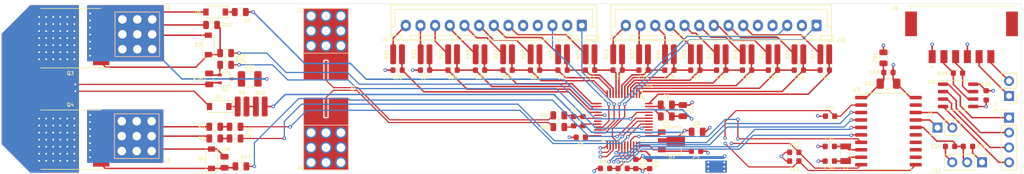
<source format=kicad_pcb>
(kicad_pcb (version 20171130) (host pcbnew "(5.1.6)-1")
  (layers (0 F.Cu signal) (1 In1.Cu power hide) (2 In2.Cu power hide) (31 B.Cu signal) (34 B.Paste user) (35 F.Paste user hide) (36 B.SilkS user) (37 F.SilkS user) (38 B.Mask user) (39 F.Mask user) (44 Edge.Cuts user))
  (net 0 "")
  (net 1 GND)
  (net 2 +5V)
  (net 3 /BalanceIC/VC0)
  (net 4 /BalanceIC/VC1)
  (net 5 /BalanceIC/VC2)
  (net 6 /BalanceIC/VC3)
  (net 7 /BalanceIC/VC4)
  (net 8 /BalanceIC/VC5)
  (net 9 /BalanceIC/VC6)
  (net 10 /BalanceIC/VC7)
  (net 11 /BalanceIC/VC8)
  (net 12 /BalanceIC/VC9)
  (net 13 /BalanceIC/VC10)
  (net 14 /BalanceIC/VC11)
  (net 15 /BalanceIC/VC12)
  (net 16 /BalanceIC/VC13)
  (net 17 /BalanceIC/VC14)
  (net 18 /BalanceIC/VC15)
  (net 19 /BalanceIC/VC16)
  (net 20 -VDC)
  (net 21 +BATT)
  (net 22 "Net-(D1-Pad1)")
  (net 23 /BalanceIC/CD)
  (net 24 "Net-(D2-Pad1)")
  (net 25 "Net-(D3-Pad1)")
  (net 26 +VDC)
  (net 27 "Net-(D4-Pad1)")
  (net 28 /RS485/DI)
  (net 29 /RS485/DE)
  (net 30 /RS485/~RE)
  (net 31 /RS485/RO)
  (net 32 /BalanceIC/CFETOFF)
  (net 33 /BalanceIC/DFETOFF)
  (net 34 /BalanceIC/DCHG)
  (net 35 /BalanceIC/DDSG)
  (net 36 /BalanceIC/SDA)
  (net 37 /BalanceIC/SCL)
  (net 38 /BalanceIC/ALERT)
  (net 39 "Net-(J7-Pad2)")
  (net 40 "Net-(J7-Pad1)")
  (net 41 /RS485/A)
  (net 42 /RS485/B)
  (net 43 /BalanceLadder/CELL0)
  (net 44 /BalanceLadder/CELL1)
  (net 45 /BalanceLadder/CELL2)
  (net 46 /BalanceLadder/CELL3)
  (net 47 /BalanceLadder/CELL4)
  (net 48 /BalanceLadder/CELL5)
  (net 49 /BalanceLadder/CELL6)
  (net 50 /BalanceLadder/CELL7)
  (net 51 /BalanceIC/NTC1)
  (net 52 /BalanceIC/NTC2)
  (net 53 /BalanceLadder/CELL8)
  (net 54 /BalanceLadder/CELL9)
  (net 55 /BalanceLadder/CELL10)
  (net 56 /BalanceLadder/CELL11)
  (net 57 /BalanceLadder/CELL12)
  (net 58 /BalanceLadder/CELL13)
  (net 59 /BalanceLadder/CELL14)
  (net 60 /BalanceLadder/CELL15)
  (net 61 /BalanceLadder/CELL16)
  (net 62 /BalanceIC/NTC3)
  (net 63 /BalanceIC/NTC4)
  (net 64 "Net-(Q1-Pad1)")
  (net 65 "Net-(Q2-Pad1)")
  (net 66 /BalanceIC/PCHG)
  (net 67 /BalanceIC/CHG)
  (net 68 /BalanceIC/DSG)
  (net 69 /BalanceIC/SENSE+)
  (net 70 /BalanceIC/SENSE-)
  (net 71 "Net-(J9-Pad5)")
  (net 72 "Net-(J10-Pad5)")
  (net 73 "Net-(U1-Pad19)")
  (net 74 "Net-(U1-Pad38)")
  (net 75 "Net-(U1-Pad39)")
  (net 76 "Net-(U1-Pad44)")
  (net 77 "Net-(Q2-Pad3)")
  (net 78 "Net-(C1-Pad1)")
  (net 79 "Net-(C3-Pad2)")
  (net 80 "Net-(C4-Pad2)")
  (net 81 "Net-(C4-Pad1)")
  (net 82 "Net-(C6-Pad1)")
  (net 83 "Net-(C7-Pad2)")
  (net 84 "Net-(C8-Pad1)")
  (net 85 "Net-(C30-Pad2)")
  (net 86 "Net-(C31-Pad2)")
  (net 87 "Net-(C32-Pad1)")
  (net 88 "Net-(C34-Pad1)")
  (net 89 "Net-(R3-Pad2)")
  (net 90 "Net-(R4-Pad2)")
  (net 91 "Net-(R6-Pad2)")
  (net 92 "Net-(R7-Pad2)")
  (net 93 "Net-(R10-Pad1)")
  (net 94 /MCU/RXD)
  (net 95 /MCU/TXD)
  (net 96 /MCU/IO6)
  (net 97 "Net-(U3-Pad19)")
  (net 98 /MCU/SS)
  (net 99 /MCU/MOSI)
  (net 100 /MCU/MISO)
  (net 101 /MCU/SCK)
  (module Connector_PinHeader_2.54mm:PinHeader_1x02_P2.54mm_Vertical (layer F.Cu) (at 239.7 91.1 90)
    (fp_text reference J6 (at 2.3 -1.3 180) (layer F.SilkS) (effects (font (size 0.6 0.6) (thickness 0.1))))
    (fp_text value Conn_01x02)
    (pad 2 thru_hole oval (at 0 2.54 90) (size 1.7 1.7) (drill 1) (layers *.Cu *.Mask) (net 94 /MCU/RXD))
    (pad 1 thru_hole rect (at 0 0 90) (size 1.7 1.7) (drill 1) (layers *.Cu *.Mask) (net 95 /MCU/TXD))
  )
  (module Connector_PinHeader_2.54mm:PinHeader_1x04_P2.54mm_Vertical (layer F.Cu) (at 251.9 89.4)
    (fp_text reference J5 (at -2.4 -1.2) (layer F.SilkS) (effects (font (size 0.6 0.6) (thickness 0.1))))
    (fp_text value Conn_01x04)
    (pad 4 thru_hole oval (at 0 7.62) (size 1.7 1.7) (drill 1) (layers *.Cu *.Mask) (net 28 /RS485/DI))
    (pad 3 thru_hole oval (at 0 5.08) (size 1.7 1.7) (drill 1) (layers *.Cu *.Mask) (net 29 /RS485/DE))
    (pad 2 thru_hole oval (at 0 2.54) (size 1.7 1.7) (drill 1) (layers *.Cu *.Mask) (net 30 /RS485/~RE))
    (pad 1 thru_hole rect (at 0 0) (size 1.7 1.7) (drill 1) (layers *.Cu *.Mask) (net 31 /RS485/RO))
  )
  (module Package_SO:SOIC-20W_7.5x12.8mm_P1.27mm (layer F.Cu) (at 231.35 91.7)
    (fp_text reference U3 (at -5.45 -7.1) (layer F.SilkS) (effects (font (size 0.6 0.6) (thickness 0.1))))
    (fp_text value ATtiny1616-S)
    (pad 20 smd roundrect (at 4.65 -5.715) (size 2.05 0.6) (layers F.Cu F.Paste F.Mask) (net 20 -VDC))
    (pad 19 smd roundrect (at 4.65 -4.445) (size 2.05 0.6) (layers F.Cu F.Paste F.Mask) (net 97 "Net-(U3-Pad19)"))
    (pad 18 smd roundrect (at 4.65 -3.175) (size 2.05 0.6) (layers F.Cu F.Paste F.Mask) (net 94 /MCU/RXD))
    (pad 17 smd roundrect (at 4.65 -1.905) (size 2.05 0.6) (layers F.Cu F.Paste F.Mask) (net 95 /MCU/TXD))
    (pad 16 smd roundrect (at 4.65 -0.635) (size 2.05 0.6) (layers F.Cu F.Paste F.Mask) (net 88 "Net-(C34-Pad1)"))
    (pad 15 smd roundrect (at 4.65 0.635) (size 2.05 0.6) (layers F.Cu F.Paste F.Mask) (net 98 /MCU/SS))
    (pad 14 smd roundrect (at 4.65 1.905) (size 2.05 0.6) (layers F.Cu F.Paste F.Mask) (net 99 /MCU/MOSI))
    (pad 13 smd roundrect (at 4.65 3.175) (size 2.05 0.6) (layers F.Cu F.Paste F.Mask) (net 100 /MCU/MISO))
    (pad 12 smd roundrect (at 4.65 4.445) (size 2.05 0.6) (layers F.Cu F.Paste F.Mask) (net 101 /MCU/SCK))
    (pad 11 smd roundrect (at 4.65 5.715) (size 2.05 0.6) (layers F.Cu F.Paste F.Mask) (net 37 /BalanceIC/SCL))
    (pad 10 smd roundrect (at -4.65 5.715) (size 2.05 0.6) (layers F.Cu F.Paste F.Mask) (net 36 /BalanceIC/SDA))
    (pad 9 smd roundrect (at -4.65 4.445) (size 2.05 0.6) (layers F.Cu F.Paste F.Mask) (net 85 "Net-(C30-Pad2)"))
    (pad 8 smd roundrect (at -4.65 3.175) (size 2.05 0.6) (layers F.Cu F.Paste F.Mask) (net 86 "Net-(C31-Pad2)"))
    (pad 7 smd roundrect (at -4.65 1.905) (size 2.05 0.6) (layers F.Cu F.Paste F.Mask) (net 96 /MCU/IO6))
    (pad 6 smd roundrect (at -4.65 0.635) (size 2.05 0.6) (layers F.Cu F.Paste F.Mask) (net 35 /BalanceIC/DDSG))
    (pad 5 smd roundrect (at -4.65 -0.635) (size 2.05 0.6) (layers F.Cu F.Paste F.Mask) (net 34 /BalanceIC/DCHG))
    (pad 4 smd roundrect (at -4.65 -1.905) (size 2.05 0.6) (layers F.Cu F.Paste F.Mask) (net 33 /BalanceIC/DFETOFF))
    (pad 3 smd roundrect (at -4.65 -3.175) (size 2.05 0.6) (layers F.Cu F.Paste F.Mask) (net 32 /BalanceIC/CFETOFF))
    (pad 2 smd roundrect (at -4.65 -4.445) (size 2.05 0.6) (layers F.Cu F.Paste F.Mask) (net 38 /BalanceIC/ALERT))
    (pad 1 smd roundrect (at -4.65 -5.715) (size 2.05 0.6) (layers F.Cu F.Paste F.Mask) (net 87 "Net-(C32-Pad1)"))
  )
  (module Resistor_SMD:R_0603_1608Metric (layer F.Cu) (at 221.4 89.15)
    (fp_text reference R14 (at 0 -1.43) (layer F.SilkS) (effects (font (size 0.6 0.6) (thickness 0.1))))
    (fp_text value 4.7k)
    (pad 2 smd roundrect (at 0.7875 0) (size 0.875 0.95) (layers F.Cu F.Paste F.Mask) (net 38 /BalanceIC/ALERT))
    (pad 1 smd roundrect (at -0.7875 0) (size 0.875 0.95) (layers F.Cu F.Paste F.Mask) (net 2 +5V))
  )
  (module Resistor_SMD:R_0603_1608Metric (layer F.Cu) (at 215.3 96.8)
    (fp_text reference R13 (at 0 1.4) (layer F.SilkS) (effects (font (size 0.6 0.6) (thickness 0.1))))
    (fp_text value 4.7k)
    (pad 2 smd roundrect (at 0.7875 0) (size 0.875 0.95) (layers F.Cu F.Paste F.Mask) (net 37 /BalanceIC/SCL))
    (pad 1 smd roundrect (at -0.7875 0) (size 0.875 0.95) (layers F.Cu F.Paste F.Mask) (net 2 +5V))
  )
  (module Resistor_SMD:R_0603_1608Metric (layer F.Cu) (at 215.3 95.3)
    (fp_text reference R12 (at 0 -1.2) (layer F.SilkS) (effects (font (size 0.6 0.6) (thickness 0.1))))
    (fp_text value 4.7k)
    (pad 2 smd roundrect (at 0.7875 0) (size 0.875 0.95) (layers F.Cu F.Paste F.Mask) (net 36 /BalanceIC/SDA))
    (pad 1 smd roundrect (at -0.7875 0) (size 0.875 0.95) (layers F.Cu F.Paste F.Mask) (net 2 +5V))
  )
  (module Crystal:Crystal_SMD_3215-2Pin_3.2x1.5mm (layer F.Cu) (at 224.05 95.55 270)
    (fp_text reference Y1 (at 2.45 -0.05 180) (layer F.SilkS) (effects (font (size 0.6 0.6) (thickness 0.1))))
    (fp_text value 32.768)
    (pad 2 smd rect (at -1.25 0 270) (size 1 1.8) (layers F.Cu F.Paste F.Mask) (net 86 "Net-(C31-Pad2)"))
    (pad 1 smd rect (at 1.25 0 270) (size 1 1.8) (layers F.Cu F.Paste F.Mask) (net 85 "Net-(C30-Pad2)"))
  )
  (module Resistor_SMD:R_0603_1608Metric (layer F.Cu) (at 244.9 94.3 180)
    (fp_text reference R40 (at -2.3 0) (layer F.SilkS) (effects (font (size 0.6 0.6) (thickness 0.1))))
    (fp_text value 10k)
    (pad 2 smd roundrect (at 0.7875 0 180) (size 0.875 0.95) (layers F.Cu F.Paste F.Mask) (net 88 "Net-(C34-Pad1)"))
    (pad 1 smd roundrect (at -0.7875 0 180) (size 0.875 0.95) (layers F.Cu F.Paste F.Mask) (net 2 +5V))
  )
  (module Connector_PinHeader_2.54mm:PinHeader_1x03_P2.54mm_Vertical (layer F.Cu) (at 247.3 97 270)
    (fp_text reference J11 (at 1.4 7.7 180) (layer F.SilkS) (effects (font (size 0.6 0.6) (thickness 0.1))))
    (fp_text value Conn_01x03)
    (pad 3 thru_hole oval (at 0 5.08 270) (size 1.7 1.7) (drill 1) (layers *.Cu *.Mask) (net 20 -VDC))
    (pad 2 thru_hole oval (at 0 2.54 270) (size 1.7 1.7) (drill 1) (layers *.Cu *.Mask) (net 88 "Net-(C34-Pad1)"))
    (pad 1 thru_hole rect (at 0 0 270) (size 1.7 1.7) (drill 1) (layers *.Cu *.Mask) (net 2 +5V))
  )
  (module Inductor_SMD:L_0805_2012Metric (layer F.Cu) (at 230.5 79.2 270)
    (fp_text reference FB1 (at -0.1 1.4 90) (layer F.SilkS) (effects (font (size 0.6 0.6) (thickness 0.1))))
    (fp_text value Ferrite_Bead_Small)
    (pad 2 smd roundrect (at 0.9375 0 270) (size 0.975 1.4) (layers F.Cu F.Paste F.Mask) (net 87 "Net-(C32-Pad1)"))
    (pad 1 smd roundrect (at -0.9375 0 270) (size 0.975 1.4) (layers F.Cu F.Paste F.Mask) (net 2 +5V))
  )
  (module Capacitor_SMD:C_0603_1608Metric (layer F.Cu) (at 241.85 94.3 180)
    (fp_text reference C34 (at 2.45 0) (layer F.SilkS) (effects (font (size 0.6 0.6) (thickness 0.1))))
    (fp_text value 100n)
    (pad 2 smd roundrect (at 0.7875 0 180) (size 0.875 0.95) (layers F.Cu F.Paste F.Mask) (net 20 -VDC))
    (pad 1 smd roundrect (at -0.7875 0 180) (size 0.875 0.95) (layers F.Cu F.Paste F.Mask) (net 88 "Net-(C34-Pad1)"))
  )
  (module Capacitor_SMD:C_0603_1608Metric (layer F.Cu) (at 231.35 81.7)
    (fp_text reference C33 (at -2.45 0) (layer F.SilkS) (effects (font (size 0.6 0.6) (thickness 0.1))))
    (fp_text value 100n)
    (pad 2 smd roundrect (at 0.7875 0) (size 0.875 0.95) (layers F.Cu F.Paste F.Mask) (net 20 -VDC))
    (pad 1 smd roundrect (at -0.7875 0) (size 0.875 0.95) (layers F.Cu F.Paste F.Mask) (net 87 "Net-(C32-Pad1)"))
  )
  (module Capacitor_SMD:C_1206_3216Metric (layer F.Cu) (at 231.35 83.6)
    (fp_text reference C32 (at -3.25 0) (layer F.SilkS) (effects (font (size 0.6 0.6) (thickness 0.1))))
    (fp_text value 22u)
    (pad 2 smd roundrect (at 1.4 0) (size 1.25 1.75) (layers F.Cu F.Paste F.Mask) (roundrect_rratio 0.2) (net 20 -VDC))
    (pad 1 smd roundrect (at -1.4 0) (size 1.25 1.75) (layers F.Cu F.Paste F.Mask) (roundrect_rratio 0.2) (net 87 "Net-(C32-Pad1)"))
  )
  (module Capacitor_SMD:C_0603_1608Metric (layer F.Cu) (at 221.35 94.3)
    (fp_text reference C31 (at 0.05 -1.2) (layer F.SilkS) (effects (font (size 0.6 0.6) (thickness 0.1))))
    (fp_text value TBD)
    (pad 2 smd roundrect (at 0.7875 0) (size 0.875 0.95) (layers F.Cu F.Paste F.Mask) (net 86 "Net-(C31-Pad2)"))
    (pad 1 smd roundrect (at -0.7875 0) (size 0.875 0.95) (layers F.Cu F.Paste F.Mask) (net 20 -VDC))
  )
  (module Capacitor_SMD:C_0603_1608Metric (layer F.Cu) (at 221.35 96.8)
    (fp_text reference C30 (at -0.05 1.2) (layer F.SilkS) (effects (font (size 0.6 0.6) (thickness 0.1))))
    (fp_text value TBD)
    (pad 2 smd roundrect (at 0.7875 0) (size 0.875 0.95) (layers F.Cu F.Paste F.Mask) (net 85 "Net-(C30-Pad2)"))
    (pad 1 smd roundrect (at -0.7875 0) (size 0.875 0.95) (layers F.Cu F.Paste F.Mask) (net 20 -VDC))
  )
  (module Resistor_SMD:R_0603_1608Metric (layer F.Cu) (at 183.05 98.05 180)
    (fp_text reference R11 (at 0 1.1) (layer F.SilkS) (effects (font (size 0.6 0.6) (thickness 0.1))))
    (fp_text value 10k)
    (pad 2 smd roundrect (at 0.7875 0 180) (size 0.875 0.95) (layers F.Cu F.Paste F.Mask) (net 1 GND))
    (pad 1 smd roundrect (at -0.7875 0 180) (size 0.875 0.95) (layers F.Cu F.Paste F.Mask) (net 96 /MCU/IO6))
  )
  (module Resistor_SMD:R_0603_1608Metric (layer F.Cu) (at 243.2 81.8 180)
    (fp_text reference R39 (at 2.7 -0.1) (layer F.SilkS) (effects (font (size 0.6 0.6) (thickness 0.1))))
    (fp_text value 120r)
    (pad 2 smd roundrect (at 0.7875 0 180) (size 0.875 0.95) (layers F.Cu F.Paste F.Mask) (net 41 /RS485/A))
    (pad 1 smd roundrect (at -0.7875 0 180) (size 0.875 0.95) (layers F.Cu F.Paste F.Mask) (net 42 /RS485/B))
  )
  (module Resistor_SMD:R_0612_1632Metric (layer F.Cu) (at 152.385714 78.6 180)
    (fp_text reference R30 (at 1.885714 0 90) (layer F.SilkS) (effects (font (size 0.6 0.6) (thickness 0.1))))
    (fp_text value "22r 1% >=500mW")
    (pad 1 smd roundrect (at -0.75 0 180) (size 1 3.4) (layers F.Cu F.Paste F.Mask) (net 4 /BalanceIC/VC1))
    (pad 2 smd roundrect (at 0.75 0 180) (size 1 3.4) (layers F.Cu F.Paste F.Mask) (net 44 /BalanceLadder/CELL1))
  )
  (module Capacitor_SMD:C_0603_1608Metric (layer F.Cu) (at 152.385714 81.3 180)
    (fp_text reference C27 (at 0 -1.23) (layer F.SilkS) (effects (font (size 0.6 0.6) (thickness 0.1))))
    (fp_text value "220n X7R >=50V")
    (pad 1 smd roundrect (at -0.7875 0 180) (size 0.875 0.95) (layers F.Cu F.Paste F.Mask) (net 4 /BalanceIC/VC1))
    (pad 2 smd roundrect (at 0.7875 0 180) (size 0.875 0.95) (layers F.Cu F.Paste F.Mask) (net 1 GND))
  )
  (module Capacitor_SMD:C_0603_1608Metric (layer F.Cu) (at 220.5 81.3 180)
    (fp_text reference C12 (at 0 -1.23) (layer F.SilkS) (effects (font (size 0.6 0.6) (thickness 0.1))))
    (fp_text value "220n X7R >=50V")
    (pad 1 smd roundrect (at -0.7875 0 180) (size 0.875 0.95) (layers F.Cu F.Paste F.Mask) (net 19 /BalanceIC/VC16))
    (pad 2 smd roundrect (at 0.7875 0 180) (size 0.875 0.95) (layers F.Cu F.Paste F.Mask) (net 18 /BalanceIC/VC15))
  )
  (module Capacitor_SMD:C_0603_1608Metric (layer F.Cu) (at 216.0875 81.3 180)
    (fp_text reference C13 (at 0 -1.23) (layer F.SilkS) (effects (font (size 0.6 0.6) (thickness 0.1))))
    (fp_text value "220n X7R >=50V")
    (pad 1 smd roundrect (at -0.7875 0 180) (size 0.875 0.95) (layers F.Cu F.Paste F.Mask) (net 18 /BalanceIC/VC15))
    (pad 2 smd roundrect (at 0.7875 0 180) (size 0.875 0.95) (layers F.Cu F.Paste F.Mask) (net 17 /BalanceIC/VC14))
  )
  (module Capacitor_SMD:C_0603_1608Metric (layer F.Cu) (at 211.675 81.3 180)
    (fp_text reference C14 (at 0 -1.23) (layer F.SilkS) (effects (font (size 0.6 0.6) (thickness 0.1))))
    (fp_text value "220n X7R >=50V")
    (pad 1 smd roundrect (at -0.7875 0 180) (size 0.875 0.95) (layers F.Cu F.Paste F.Mask) (net 17 /BalanceIC/VC14))
    (pad 2 smd roundrect (at 0.7875 0 180) (size 0.875 0.95) (layers F.Cu F.Paste F.Mask) (net 16 /BalanceIC/VC13))
  )
  (module Capacitor_SMD:C_0603_1608Metric (layer F.Cu) (at 207.2625 81.3 180)
    (fp_text reference C15 (at 0 -1.23) (layer F.SilkS) (effects (font (size 0.6 0.6) (thickness 0.1))))
    (fp_text value "220n X7R >=50V")
    (pad 1 smd roundrect (at -0.7875 0 180) (size 0.875 0.95) (layers F.Cu F.Paste F.Mask) (net 16 /BalanceIC/VC13))
    (pad 2 smd roundrect (at 0.7875 0 180) (size 0.875 0.95) (layers F.Cu F.Paste F.Mask) (net 15 /BalanceIC/VC12))
  )
  (module Capacitor_SMD:C_0603_1608Metric (layer F.Cu) (at 202.85 81.3 180)
    (fp_text reference C16 (at 0 -1.23) (layer F.SilkS) (effects (font (size 0.6 0.6) (thickness 0.1))))
    (fp_text value "220n X7R >=50V")
    (pad 1 smd roundrect (at -0.7875 0 180) (size 0.875 0.95) (layers F.Cu F.Paste F.Mask) (net 15 /BalanceIC/VC12))
    (pad 2 smd roundrect (at 0.7875 0 180) (size 0.875 0.95) (layers F.Cu F.Paste F.Mask) (net 14 /BalanceIC/VC11))
  )
  (module Capacitor_SMD:C_0603_1608Metric (layer F.Cu) (at 198.4375 81.3 180)
    (fp_text reference C17 (at 0 -1.23) (layer F.SilkS) (effects (font (size 0.6 0.6) (thickness 0.1))))
    (fp_text value "220n X7R >=50V")
    (pad 1 smd roundrect (at -0.7875 0 180) (size 0.875 0.95) (layers F.Cu F.Paste F.Mask) (net 14 /BalanceIC/VC11))
    (pad 2 smd roundrect (at 0.7875 0 180) (size 0.875 0.95) (layers F.Cu F.Paste F.Mask) (net 13 /BalanceIC/VC10))
  )
  (module Capacitor_SMD:C_0603_1608Metric (layer F.Cu) (at 194.025 81.3 180)
    (fp_text reference C18 (at 0 -1.23) (layer F.SilkS) (effects (font (size 0.6 0.6) (thickness 0.1))))
    (fp_text value "220n X7R >=50V")
    (pad 1 smd roundrect (at -0.7875 0 180) (size 0.875 0.95) (layers F.Cu F.Paste F.Mask) (net 13 /BalanceIC/VC10))
    (pad 2 smd roundrect (at 0.7875 0 180) (size 0.875 0.95) (layers F.Cu F.Paste F.Mask) (net 12 /BalanceIC/VC9))
  )
  (module Capacitor_SMD:C_0603_1608Metric (layer F.Cu) (at 189.6125 81.3 180)
    (fp_text reference C19 (at 0 -1.23) (layer F.SilkS) (effects (font (size 0.6 0.6) (thickness 0.1))))
    (fp_text value "220n X7R >=50V")
    (pad 1 smd roundrect (at -0.7875 0 180) (size 0.875 0.95) (layers F.Cu F.Paste F.Mask) (net 12 /BalanceIC/VC9))
    (pad 2 smd roundrect (at 0.7875 0 180) (size 0.875 0.95) (layers F.Cu F.Paste F.Mask) (net 11 /BalanceIC/VC8))
  )
  (module Capacitor_SMD:C_0603_1608Metric (layer F.Cu) (at 185.2 81.3 180)
    (fp_text reference C20 (at 0 -1.23) (layer F.SilkS) (effects (font (size 0.6 0.6) (thickness 0.1))))
    (fp_text value "220n X7R >=50V")
    (pad 1 smd roundrect (at -0.7875 0 180) (size 0.875 0.95) (layers F.Cu F.Paste F.Mask) (net 11 /BalanceIC/VC8))
    (pad 2 smd roundrect (at 0.7875 0 180) (size 0.875 0.95) (layers F.Cu F.Paste F.Mask) (net 10 /BalanceIC/VC7))
  )
  (module Capacitor_SMD:C_0603_1608Metric (layer F.Cu) (at 180.5 81.3 180)
    (fp_text reference C21 (at 0 -1.23) (layer F.SilkS) (effects (font (size 0.6 0.6) (thickness 0.1))))
    (fp_text value "220n X7R >=50V")
    (pad 1 smd roundrect (at -0.7875 0 180) (size 0.875 0.95) (layers F.Cu F.Paste F.Mask) (net 10 /BalanceIC/VC7))
    (pad 2 smd roundrect (at 0.7875 0 180) (size 0.875 0.95) (layers F.Cu F.Paste F.Mask) (net 9 /BalanceIC/VC6))
  )
  (module Capacitor_SMD:C_0603_1608Metric (layer F.Cu) (at 175.814284 81.3 180)
    (fp_text reference C22 (at 0 -1.23) (layer F.SilkS) (effects (font (size 0.6 0.6) (thickness 0.1))))
    (fp_text value "220n X7R >=50V")
    (pad 1 smd roundrect (at -0.7875 0 180) (size 0.875 0.95) (layers F.Cu F.Paste F.Mask) (net 9 /BalanceIC/VC6))
    (pad 2 smd roundrect (at 0.7875 0 180) (size 0.875 0.95) (layers F.Cu F.Paste F.Mask) (net 8 /BalanceIC/VC5))
  )
  (module Capacitor_SMD:C_0603_1608Metric (layer F.Cu) (at 171.12857 81.3 180)
    (fp_text reference C23 (at 0 -1.23) (layer F.SilkS) (effects (font (size 0.6 0.6) (thickness 0.1))))
    (fp_text value "220n X7R >=50V")
    (pad 1 smd roundrect (at -0.7875 0 180) (size 0.875 0.95) (layers F.Cu F.Paste F.Mask) (net 8 /BalanceIC/VC5))
    (pad 2 smd roundrect (at 0.7875 0 180) (size 0.875 0.95) (layers F.Cu F.Paste F.Mask) (net 7 /BalanceIC/VC4))
  )
  (module Capacitor_SMD:C_0603_1608Metric (layer F.Cu) (at 166.442856 81.3 180)
    (fp_text reference C24 (at 0 -1.23) (layer F.SilkS) (effects (font (size 0.6 0.6) (thickness 0.1))))
    (fp_text value "220n X7R >=50V")
    (pad 1 smd roundrect (at -0.7875 0 180) (size 0.875 0.95) (layers F.Cu F.Paste F.Mask) (net 7 /BalanceIC/VC4))
    (pad 2 smd roundrect (at 0.7875 0 180) (size 0.875 0.95) (layers F.Cu F.Paste F.Mask) (net 6 /BalanceIC/VC3))
  )
  (module Capacitor_SMD:C_0603_1608Metric (layer F.Cu) (at 161.757142 81.3 180)
    (fp_text reference C25 (at 0 -1.23) (layer F.SilkS) (effects (font (size 0.6 0.6) (thickness 0.1))))
    (fp_text value "220n X7R >=50V")
    (pad 1 smd roundrect (at -0.7875 0 180) (size 0.875 0.95) (layers F.Cu F.Paste F.Mask) (net 6 /BalanceIC/VC3))
    (pad 2 smd roundrect (at 0.7875 0 180) (size 0.875 0.95) (layers F.Cu F.Paste F.Mask) (net 5 /BalanceIC/VC2))
  )
  (module Capacitor_SMD:C_0603_1608Metric (layer F.Cu) (at 157.071428 81.3 180)
    (fp_text reference C26 (at 0 -1.23) (layer F.SilkS) (effects (font (size 0.6 0.6) (thickness 0.1))))
    (fp_text value "220n X7R >=50V")
    (pad 1 smd roundrect (at -0.7875 0 180) (size 0.875 0.95) (layers F.Cu F.Paste F.Mask) (net 5 /BalanceIC/VC2))
    (pad 2 smd roundrect (at 0.7875 0 180) (size 0.875 0.95) (layers F.Cu F.Paste F.Mask) (net 4 /BalanceIC/VC1))
  )
  (module Capacitor_SMD:C_0603_1608Metric (layer F.Cu) (at 147.7 81.3 180)
    (fp_text reference C28 (at 0 -1.23) (layer F.SilkS) (effects (font (size 0.6 0.6) (thickness 0.1))))
    (fp_text value "220n X7R >=50V")
    (pad 1 smd roundrect (at -0.7875 0 180) (size 0.875 0.95) (layers F.Cu F.Paste F.Mask) (net 3 /BalanceIC/VC0))
    (pad 2 smd roundrect (at 0.7875 0 180) (size 0.875 0.95) (layers F.Cu F.Paste F.Mask) (net 1 GND))
  )
  (module Resistor_SMD:R_0805_2012Metric (layer F.Cu) (at 120.9 71.4 180)
    (fp_text reference R1 (at -1.2 -1.5) (layer F.SilkS) (effects (font (size 0.6 0.6) (thickness 0.1))))
    (fp_text value "100r 0.1W")
    (pad 2 smd roundrect (at 0.9375 0 180) (size 0.975 1.4) (layers F.Cu F.Paste F.Mask) (net 22 "Net-(D1-Pad1)"))
    (pad 1 smd roundrect (at -0.9375 0 180) (size 0.975 1.4) (layers F.Cu F.Paste F.Mask) (net 78 "Net-(C1-Pad1)"))
  )
  (module Resistor_SMD:R_0612_1632Metric (layer F.Cu) (at 124.3 87.5)
    (fp_text reference R10 (at 0 -2.3) (layer F.SilkS) (effects (font (size 0.6 0.6) (thickness 0.1))))
    (fp_text value "220r 1W")
    (pad 2 smd roundrect (at 0.75 0) (size 1 3.4) (layers F.Cu F.Paste F.Mask) (net 84 "Net-(C8-Pad1)"))
    (pad 1 smd roundrect (at -0.75 0) (size 1 3.4) (layers F.Cu F.Paste F.Mask) (net 93 "Net-(R10-Pad1)"))
  )
  (module Resistor_SMD:R_0612_1632Metric (layer F.Cu) (at 121.2 87.5)
    (fp_text reference R9 (at 0 -2.3) (layer F.SilkS) (effects (font (size 0.6 0.6) (thickness 0.1))))
    (fp_text value "220r 1W")
    (pad 2 smd roundrect (at 0.75 0) (size 1 3.4) (layers F.Cu F.Paste F.Mask) (net 93 "Net-(R10-Pad1)"))
    (pad 1 smd roundrect (at -0.75 0) (size 1 3.4) (layers F.Cu F.Paste F.Mask) (net 24 "Net-(D2-Pad1)"))
  )
  (module Package_TO_SOT_SMD:SOT-323_SC-70 (layer F.Cu) (at 118.4 82.8)
    (fp_text reference Q2 (at -0.05 1.8) (layer F.SilkS) (effects (font (size 0.6 0.6) (thickness 0.1))))
    (fp_text value SI2325DS-T1-E3)
    (pad 3 smd rect (at 1 0 270) (size 0.45 0.7) (layers F.Cu F.Paste F.Mask) (net 77 "Net-(Q2-Pad3)"))
    (pad 2 smd rect (at -1 0.65 270) (size 0.45 0.7) (layers F.Cu F.Paste F.Mask) (net 23 /BalanceIC/CD))
    (pad 1 smd rect (at -1 -0.65 270) (size 0.45 0.7) (layers F.Cu F.Paste F.Mask) (net 65 "Net-(Q2-Pad1)"))
  )
  (module Capacitor_SMD:C_0805_2012Metric (layer F.Cu) (at 198.75 91.8)
    (fp_text reference C8 (at -0.05 -1.4) (layer F.SilkS) (effects (font (size 0.6 0.6) (thickness 0.1))))
    (fp_text value "1u X7R 100V")
    (pad 2 smd roundrect (at 0.9375 0) (size 0.975 1.4) (layers F.Cu F.Paste F.Mask) (net 1 GND))
    (pad 1 smd roundrect (at -0.9375 0) (size 0.975 1.4) (layers F.Cu F.Paste F.Mask) (net 84 "Net-(C8-Pad1)"))
  )
  (module Capacitor_SMD:C_0603_1608Metric (layer F.Cu) (at 248 85.6 270)
    (fp_text reference C29 (at -1.9 0 180) (layer F.SilkS) (effects (font (size 0.6 0.6) (thickness 0.1))))
    (fp_text value 0.1u)
    (pad 2 smd roundrect (at 0.7875 0 270) (size 0.875 0.95) (layers F.Cu F.Paste F.Mask) (net 20 -VDC))
    (pad 1 smd roundrect (at -0.7875 0 270) (size 0.875 0.95) (layers F.Cu F.Paste F.Mask) (net 2 +5V))
  )
  (module Capacitor_SMD:C_0603_1608Metric (layer F.Cu) (at 186.05 98.05)
    (fp_text reference C11 (at 0.55 -1.15) (layer F.SilkS) (effects (font (size 0.6 0.6) (thickness 0.1))))
    (fp_text value 0.01u)
    (pad 1 smd roundrect (at -0.7875 0) (size 0.875 0.95) (layers F.Cu F.Paste F.Mask) (net 96 /MCU/IO6))
    (pad 2 smd roundrect (at 0.7875 0) (size 0.875 0.95) (layers F.Cu F.Paste F.Mask) (net 1 GND))
  )
  (module Capacitor_SMD:C_0603_1608Metric (layer F.Cu) (at 188.3 97.3 90)
    (fp_text reference C10 (at 0 1.1 270 unlocked) (layer F.SilkS) (effects (font (size 0.6 0.6) (thickness 0.1))))
    (fp_text value 1u)
    (pad 2 smd roundrect (at 0.7875 0 90) (size 0.875 0.95) (layers F.Cu F.Paste F.Mask) (net 2 +5V))
    (pad 1 smd roundrect (at -0.7875 0 90) (size 0.875 0.95) (layers F.Cu F.Paste F.Mask) (net 1 GND))
  )
  (module Capacitor_SMD:C_0603_1608Metric (layer F.Cu) (at 190.65 97.3 270)
    (fp_text reference C9 (at 0 -1.15 270 unlocked) (layer F.SilkS) (effects (font (size 0.6 0.6) (thickness 0.1))))
    (fp_text value 1u)
    (pad 1 smd roundrect (at -0.7875 0 270) (size 0.875 0.95) (layers F.Cu F.Paste F.Mask) (net 2 +5V))
    (pad 2 smd roundrect (at 0.7875 0 270) (size 0.875 0.95) (layers F.Cu F.Paste F.Mask) (net 1 GND))
  )
  (module Capacitor_SMD:C_0603_1608Metric (layer F.Cu) (at 198.5625 95.1 180)
    (fp_text reference C7 (at 0 -1.3) (layer F.SilkS) (effects (font (size 0.6 0.6) (thickness 0.1))))
    (fp_text value 22n)
    (pad 2 smd roundrect (at 0.7875 0 180) (size 0.875 0.95) (layers F.Cu F.Paste F.Mask) (net 83 "Net-(C7-Pad2)"))
    (pad 1 smd roundrect (at -0.7875 0 180) (size 0.875 0.95) (layers F.Cu F.Paste F.Mask) (net 1 GND))
  )
  (module Capacitor_SMD:C_0603_1608Metric (layer F.Cu) (at 178.925 92.75 180)
    (fp_text reference C6 (at 0.025 -1.25) (layer F.SilkS) (effects (font (size 0.6 0.6) (thickness 0.1))))
    (fp_text value 2.2u)
    (pad 2 smd roundrect (at 0.7875 0 180) (size 0.875 0.95) (layers F.Cu F.Paste F.Mask) (net 1 GND))
    (pad 1 smd roundrect (at -0.7875 0 180) (size 0.875 0.95) (layers F.Cu F.Paste F.Mask) (net 82 "Net-(C6-Pad1)"))
  )
  (module Capacitor_SMD:C_0603_1608Metric (layer F.Cu) (at 177.7 90 90)
    (fp_text reference C5 (at 1.9 0 180) (layer F.SilkS) (effects (font (size 0.6 0.6) (thickness 0.1))))
    (fp_text value 0.1u)
    (pad 2 smd roundrect (at 0.7875 0 90) (size 0.875 0.95) (layers F.Cu F.Paste F.Mask) (net 80 "Net-(C4-Pad2)"))
    (pad 1 smd roundrect (at -0.7875 0 90) (size 0.875 0.95) (layers F.Cu F.Paste F.Mask) (net 81 "Net-(C4-Pad1)"))
  )
  (module Capacitor_SMD:C_0603_1608Metric (layer F.Cu) (at 179.3 90 90)
    (fp_text reference C4 (at 1.9 0 180) (layer F.SilkS) (effects (font (size 0.6 0.6) (thickness 0.1))))
    (fp_text value 100p)
    (pad 2 smd roundrect (at 0.7875 0 90) (size 0.875 0.95) (layers F.Cu F.Paste F.Mask) (net 80 "Net-(C4-Pad2)"))
    (pad 1 smd roundrect (at -0.7875 0 90) (size 0.875 0.95) (layers F.Cu F.Paste F.Mask) (net 81 "Net-(C4-Pad1)"))
  )
  (module Capacitor_SMD:C_0805_2012Metric (layer F.Cu) (at 196.3 88.2 90)
    (fp_text reference C2 (at -0.05 1.525 270) (layer F.SilkS) (effects (font (size 0.6 0.6) (thickness 0.1))))
    (fp_text value "100p C0G 100V")
    (pad 2 smd roundrect (at 0.95 0 90) (size 1 1.45) (layers F.Cu F.Paste F.Mask) (net 1 GND))
    (pad 1 smd roundrect (at -0.95 0 90) (size 1 1.45) (layers F.Cu F.Paste F.Mask) (net 78 "Net-(C1-Pad1)"))
  )
  (module Capacitor_SMD:C_0805_2012Metric (layer F.Cu) (at 193.5 87.2)
    (fp_text reference C1 (at 0 -1.45) (layer F.SilkS) (effects (font (size 0.6 0.6) (thickness 0.1))))
    (fp_text value "1u X7R 100V")
    (pad 2 smd roundrect (at 0.95 0) (size 1 1.45) (layers F.Cu F.Paste F.Mask) (net 1 GND))
    (pad 1 smd roundrect (at -0.95 0) (size 1 1.45) (layers F.Cu F.Paste F.Mask) (net 78 "Net-(C1-Pad1)"))
  )
  (module Package_TO_SOT_SMD:Infineon_PG-HSOF-8-1_ThermalVias (layer F.Cu) (at 91.95 93.15 180)
    (fp_text reference Q4 (at 0 5.95) (layer F.SilkS) (effects (font (size 0.6 0.6) (thickness 0.1))))
    (fp_text value FDBL86210_F085)
    (pad 3 smd custom (at 3.8 0 180) (size 2.9 8.7) (layers B.Cu) (net 23 /BalanceIC/CD) (options (clearance outline) (anchor rect)) (primitives (gr_poly (pts (xy 1.45 -5.05) (xy 2.85 -5.05) (xy 2.85 5.05) (xy 1.45 5.05)) (width 0)) (gr_poly (pts (xy -1.45 -4.85) (xy -5.15 -4.85) (xy -5.15 4.85) (xy -1.45 4.85)) (width 0))))
    (pad 3 smd custom (at 3.8 0 180) (size 2.9 8.7) (layers F.Cu F.Mask) (net 23 /BalanceIC/CD) (options (clearance outline) (anchor rect)) (primitives (gr_poly (pts (xy 1.45 -5.05) (xy 2.85 -5.05) (xy 2.85 5.05) (xy 1.45 5.05)) (width 0)) (gr_poly (pts (xy -1.45 -4.85) (xy -5.15 -4.85) (xy -5.15 4.85) (xy -1.45 4.85)) (width 0))))
    (pad 1 smd rect (at -5.25 -4.2 180) (size 2.8 0.8) (layers F.Cu F.Mask) (net 27 "Net-(D4-Pad1)") (clearance 0.4))
    (pad 2 smd custom (at -4.25 0.6 180) (size 0.8 8) (layers F.Cu F.Mask) (net 26 +VDC) (options (clearance outline) (anchor rect)) (primitives (gr_poly (pts (xy -0.4 -4) (xy -2.4 -4) (xy -2.4 -3.2) (xy -0.4 -3.2)) (width 0)) (gr_poly (pts (xy -0.4 -2.8) (xy -2.4 -2.8) (xy -2.4 -2) (xy -0.4 -2)) (width 0)) (gr_poly (pts (xy -0.4 -1.6) (xy -2.4 -1.6) (xy -2.4 -0.8) (xy -0.4 -0.8)) (width 0)) (gr_poly (pts (xy -0.4 -0.4) (xy -2.4 -0.4) (xy -2.4 0.4) (xy -0.4 0.4)) (width 0)) (gr_poly (pts (xy -0.4 0.8) (xy -2.4 0.8) (xy -2.4 1.6) (xy -0.4 1.6)) (width 0)) (gr_poly (pts (xy -0.4 2) (xy -2.4 2) (xy -2.4 2.8) (xy -0.4 2.8)) (width 0)) (gr_poly (pts (xy -0.4 3.2) (xy -2.4 3.2) (xy -2.4 4) (xy -0.4 4)) (width 0))))
    (pad 3 thru_hole circle (at 4.13 -3.6 180) (size 0.6 0.6) (drill 0.3) (layers *.Cu) (net 23 /BalanceIC/CD))
    (pad 3 thru_hole circle (at 5.33 -3.6 180) (size 0.6 0.6) (drill 0.3) (layers *.Cu) (net 23 /BalanceIC/CD))
    (pad 3 thru_hole circle (at 2.93 -3.6 180) (size 0.6 0.6) (drill 0.3) (layers *.Cu) (net 23 /BalanceIC/CD))
    (pad 3 thru_hole circle (at 0.53 -3.6 180) (size 0.6 0.6) (drill 0.3) (layers *.Cu) (net 23 /BalanceIC/CD))
    (pad 3 thru_hole circle (at -0.67 -3.6 180) (size 0.6 0.6) (drill 0.3) (layers *.Cu) (net 23 /BalanceIC/CD))
    (pad 3 thru_hole circle (at 1.73 -3.6 180) (size 0.6 0.6) (drill 0.3) (layers *.Cu) (net 23 /BalanceIC/CD))
    (pad 3 thru_hole circle (at 5.33 -2.4 180) (size 0.6 0.6) (drill 0.3) (layers *.Cu) (net 23 /BalanceIC/CD))
    (pad 3 thru_hole circle (at 4.13 -2.4 180) (size 0.6 0.6) (drill 0.3) (layers *.Cu) (net 23 /BalanceIC/CD))
    (pad 3 thru_hole circle (at 2.93 -2.4 180) (size 0.6 0.6) (drill 0.3) (layers *.Cu) (net 23 /BalanceIC/CD))
    (pad 3 thru_hole circle (at 1.73 -2.4 180) (size 0.6 0.6) (drill 0.3) (layers *.Cu) (net 23 /BalanceIC/CD))
    (pad 3 thru_hole circle (at -0.67 -2.4 180) (size 0.6 0.6) (drill 0.3) (layers *.Cu) (net 23 /BalanceIC/CD))
    (pad 3 thru_hole circle (at 0.53 -2.4 180) (size 0.6 0.6) (drill 0.3) (layers *.Cu) (net 23 /BalanceIC/CD))
    (pad 3 thru_hole circle (at -0.67 -1.2 180) (size 0.6 0.6) (drill 0.3) (layers *.Cu) (net 23 /BalanceIC/CD))
    (pad 3 thru_hole circle (at 0.53 -1.2 180) (size 0.6 0.6) (drill 0.3) (layers *.Cu) (net 23 /BalanceIC/CD))
    (pad 3 thru_hole circle (at 2.93 -1.2 180) (size 0.6 0.6) (drill 0.3) (layers *.Cu) (net 23 /BalanceIC/CD))
    (pad 3 thru_hole circle (at 1.73 -1.2 180) (size 0.6 0.6) (drill 0.3) (layers *.Cu) (net 23 /BalanceIC/CD))
    (pad 3 thru_hole circle (at 5.33 -1.2 180) (size 0.6 0.6) (drill 0.3) (layers *.Cu) (net 23 /BalanceIC/CD))
    (pad 3 thru_hole circle (at 4.13 -1.2 180) (size 0.6 0.6) (drill 0.3) (layers *.Cu) (net 23 /BalanceIC/CD))
    (pad 3 thru_hole circle (at 0.53 0 180) (size 0.6 0.6) (drill 0.3) (layers *.Cu) (net 23 /BalanceIC/CD))
    (pad 3 thru_hole circle (at -0.67 0 180) (size 0.6 0.6) (drill 0.3) (layers *.Cu) (net 23 /BalanceIC/CD))
    (pad 3 thru_hole circle (at 1.73 0 180) (size 0.6 0.6) (drill 0.3) (layers *.Cu) (net 23 /BalanceIC/CD))
    (pad 3 thru_hole circle (at 2.93 0 180) (size 0.6 0.6) (drill 0.3) (layers *.Cu) (net 23 /BalanceIC/CD))
    (pad 3 thru_hole circle (at 1.73 3.6 180) (size 0.6 0.6) (drill 0.3) (layers *.Cu) (net 23 /BalanceIC/CD))
    (pad 3 thru_hole circle (at 0.53 3.6 180) (size 0.6 0.6) (drill 0.3) (layers *.Cu) (net 23 /BalanceIC/CD))
    (pad 3 thru_hole circle (at 0.53 2.4 180) (size 0.6 0.6) (drill 0.3) (layers *.Cu) (net 23 /BalanceIC/CD))
    (pad 3 thru_hole circle (at -0.67 2.4 180) (size 0.6 0.6) (drill 0.3) (layers *.Cu) (net 23 /BalanceIC/CD))
    (pad 3 thru_hole circle (at -0.67 3.6 180) (size 0.6 0.6) (drill 0.3) (layers *.Cu) (net 23 /BalanceIC/CD))
    (pad 3 thru_hole circle (at 5.33 1.2 180) (size 0.6 0.6) (drill 0.3) (layers *.Cu) (net 23 /BalanceIC/CD))
    (pad 3 thru_hole circle (at 5.33 2.4 180) (size 0.6 0.6) (drill 0.3) (layers *.Cu) (net 23 /BalanceIC/CD))
    (pad 3 thru_hole circle (at 2.93 3.6 180) (size 0.6 0.6) (drill 0.3) (layers *.Cu) (net 23 /BalanceIC/CD))
    (pad 3 thru_hole circle (at 2.93 1.2 180) (size 0.6 0.6) (drill 0.3) (layers *.Cu) (net 23 /BalanceIC/CD))
    (pad 3 thru_hole circle (at 4.13 3.6 180) (size 0.6 0.6) (drill 0.3) (layers *.Cu) (net 23 /BalanceIC/CD))
    (pad 3 thru_hole circle (at 4.13 2.4 180) (size 0.6 0.6) (drill 0.3) (layers *.Cu) (net 23 /BalanceIC/CD))
    (pad 3 thru_hole circle (at 2.93 2.4 180) (size 0.6 0.6) (drill 0.3) (layers *.Cu) (net 23 /BalanceIC/CD))
    (pad 3 thru_hole circle (at 4.13 1.2 180) (size 0.6 0.6) (drill 0.3) (layers *.Cu) (net 23 /BalanceIC/CD))
    (pad 3 thru_hole circle (at 5.33 3.6 180) (size 0.6 0.6) (drill 0.3) (layers *.Cu) (net 23 /BalanceIC/CD))
    (pad 3 thru_hole circle (at 1.73 2.4 180) (size 0.6 0.6) (drill 0.3) (layers *.Cu) (net 23 /BalanceIC/CD))
    (pad 3 thru_hole circle (at 0.53 1.2 180) (size 0.6 0.6) (drill 0.3) (layers *.Cu) (net 23 /BalanceIC/CD))
    (pad 3 thru_hole circle (at 1.73 1.2 180) (size 0.6 0.6) (drill 0.3) (layers *.Cu) (net 23 /BalanceIC/CD))
    (pad 3 thru_hole circle (at -0.67 1.2 180) (size 0.6 0.6) (drill 0.3) (layers *.Cu) (net 23 /BalanceIC/CD))
    (pad 3 thru_hole circle (at 4.13 0 180) (size 0.6 0.6) (drill 0.3) (layers *.Cu) (net 23 /BalanceIC/CD))
    (pad 3 thru_hole circle (at 5.33 0 180) (size 0.6 0.6) (drill 0.3) (layers *.Cu) (net 23 /BalanceIC/CD))
  )
  (module Package_TO_SOT_SMD:Infineon_PG-HSOF-8-1_ThermalVias (layer F.Cu) (at 91.95 75.85 180)
    (fp_text reference Q3 (at 0 -6) (layer F.SilkS) (effects (font (size 0.6 0.6) (thickness 0.1))))
    (fp_text value FDBL86210_F085)
    (pad 3 smd custom (at 3.8 0 180) (size 2.9 8.7) (layers B.Cu) (net 23 /BalanceIC/CD) (options (clearance outline) (anchor rect)) (primitives (gr_poly (pts (xy 1.45 -5.05) (xy 2.85 -5.05) (xy 2.85 5.05) (xy 1.45 5.05)) (width 0)) (gr_poly (pts (xy -1.45 -4.85) (xy -5.15 -4.85) (xy -5.15 4.85) (xy -1.45 4.85)) (width 0))))
    (pad 3 smd custom (at 3.8 0 180) (size 2.9 8.7) (layers F.Cu F.Mask) (net 23 /BalanceIC/CD) (options (clearance outline) (anchor rect)) (primitives (gr_poly (pts (xy 1.45 -5.05) (xy 2.85 -5.05) (xy 2.85 5.05) (xy 1.45 5.05)) (width 0)) (gr_poly (pts (xy -1.45 -4.85) (xy -5.15 -4.85) (xy -5.15 4.85) (xy -1.45 4.85)) (width 0))))
    (pad 1 smd rect (at -5.25 -4.2 180) (size 2.8 0.8) (layers F.Cu F.Mask) (net 25 "Net-(D3-Pad1)") (clearance 0.4))
    (pad 2 smd custom (at -4.25 0.6 180) (size 0.8 8) (layers F.Cu F.Mask) (net 21 +BATT) (options (clearance outline) (anchor rect)) (primitives (gr_poly (pts (xy -0.4 -4) (xy -2.4 -4) (xy -2.4 -3.2) (xy -0.4 -3.2)) (width 0)) (gr_poly (pts (xy -0.4 -2.8) (xy -2.4 -2.8) (xy -2.4 -2) (xy -0.4 -2)) (width 0)) (gr_poly (pts (xy -0.4 -1.6) (xy -2.4 -1.6) (xy -2.4 -0.8) (xy -0.4 -0.8)) (width 0)) (gr_poly (pts (xy -0.4 -0.4) (xy -2.4 -0.4) (xy -2.4 0.4) (xy -0.4 0.4)) (width 0)) (gr_poly (pts (xy -0.4 0.8) (xy -2.4 0.8) (xy -2.4 1.6) (xy -0.4 1.6)) (width 0)) (gr_poly (pts (xy -0.4 2) (xy -2.4 2) (xy -2.4 2.8) (xy -0.4 2.8)) (width 0)) (gr_poly (pts (xy -0.4 3.2) (xy -2.4 3.2) (xy -2.4 4) (xy -0.4 4)) (width 0))))
    (pad 3 thru_hole circle (at 4.13 -3.6 180) (size 0.6 0.6) (drill 0.3) (layers *.Cu) (net 23 /BalanceIC/CD))
    (pad 3 thru_hole circle (at 5.33 -3.6 180) (size 0.6 0.6) (drill 0.3) (layers *.Cu) (net 23 /BalanceIC/CD))
    (pad 3 thru_hole circle (at 2.93 -3.6 180) (size 0.6 0.6) (drill 0.3) (layers *.Cu) (net 23 /BalanceIC/CD))
    (pad 3 thru_hole circle (at 0.53 -3.6 180) (size 0.6 0.6) (drill 0.3) (layers *.Cu) (net 23 /BalanceIC/CD))
    (pad 3 thru_hole circle (at -0.67 -3.6 180) (size 0.6 0.6) (drill 0.3) (layers *.Cu) (net 23 /BalanceIC/CD))
    (pad 3 thru_hole circle (at 1.73 -3.6 180) (size 0.6 0.6) (drill 0.3) (layers *.Cu) (net 23 /BalanceIC/CD))
    (pad 3 thru_hole circle (at 5.33 -2.4 180) (size 0.6 0.6) (drill 0.3) (layers *.Cu) (net 23 /BalanceIC/CD))
    (pad 3 thru_hole circle (at 4.13 -2.4 180) (size 0.6 0.6) (drill 0.3) (layers *.Cu) (net 23 /BalanceIC/CD))
    (pad 3 thru_hole circle (at 2.93 -2.4 180) (size 0.6 0.6) (drill 0.3) (layers *.Cu) (net 23 /BalanceIC/CD))
    (pad 3 thru_hole circle (at 1.73 -2.4 180) (size 0.6 0.6) (drill 0.3) (layers *.Cu) (net 23 /BalanceIC/CD))
    (pad 3 thru_hole circle (at -0.67 -2.4 180) (size 0.6 0.6) (drill 0.3) (layers *.Cu) (net 23 /BalanceIC/CD))
    (pad 3 thru_hole circle (at 0.53 -2.4 180) (size 0.6 0.6) (drill 0.3) (layers *.Cu) (net 23 /BalanceIC/CD))
    (pad 3 thru_hole circle (at -0.67 -1.2 180) (size 0.6 0.6) (drill 0.3) (layers *.Cu) (net 23 /BalanceIC/CD))
    (pad 3 thru_hole circle (at 0.53 -1.2 180) (size 0.6 0.6) (drill 0.3) (layers *.Cu) (net 23 /BalanceIC/CD))
    (pad 3 thru_hole circle (at 2.93 -1.2 180) (size 0.6 0.6) (drill 0.3) (layers *.Cu) (net 23 /BalanceIC/CD))
    (pad 3 thru_hole circle (at 1.73 -1.2 180) (size 0.6 0.6) (drill 0.3) (layers *.Cu) (net 23 /BalanceIC/CD))
    (pad 3 thru_hole circle (at 5.33 -1.2 180) (size 0.6 0.6) (drill 0.3) (layers *.Cu) (net 23 /BalanceIC/CD))
    (pad 3 thru_hole circle (at 4.13 -1.2 180) (size 0.6 0.6) (drill 0.3) (layers *.Cu) (net 23 /BalanceIC/CD))
    (pad 3 thru_hole circle (at 0.53 0 180) (size 0.6 0.6) (drill 0.3) (layers *.Cu) (net 23 /BalanceIC/CD))
    (pad 3 thru_hole circle (at -0.67 0 180) (size 0.6 0.6) (drill 0.3) (layers *.Cu) (net 23 /BalanceIC/CD))
    (pad 3 thru_hole circle (at 1.73 0 180) (size 0.6 0.6) (drill 0.3) (layers *.Cu) (net 23 /BalanceIC/CD))
    (pad 3 thru_hole circle (at 2.93 0 180) (size 0.6 0.6) (drill 0.3) (layers *.Cu) (net 23 /BalanceIC/CD))
    (pad 3 thru_hole circle (at 1.73 3.6 180) (size 0.6 0.6) (drill 0.3) (layers *.Cu) (net 23 /BalanceIC/CD))
    (pad 3 thru_hole circle (at 0.53 3.6 180) (size 0.6 0.6) (drill 0.3) (layers *.Cu) (net 23 /BalanceIC/CD))
    (pad 3 thru_hole circle (at 0.53 2.4 180) (size 0.6 0.6) (drill 0.3) (layers *.Cu) (net 23 /BalanceIC/CD))
    (pad 3 thru_hole circle (at -0.67 2.4 180) (size 0.6 0.6) (drill 0.3) (layers *.Cu) (net 23 /BalanceIC/CD))
    (pad 3 thru_hole circle (at -0.67 3.6 180) (size 0.6 0.6) (drill 0.3) (layers *.Cu) (net 23 /BalanceIC/CD))
    (pad 3 thru_hole circle (at 5.33 1.2 180) (size 0.6 0.6) (drill 0.3) (layers *.Cu) (net 23 /BalanceIC/CD))
    (pad 3 thru_hole circle (at 5.33 2.4 180) (size 0.6 0.6) (drill 0.3) (layers *.Cu) (net 23 /BalanceIC/CD))
    (pad 3 thru_hole circle (at 2.93 3.6 180) (size 0.6 0.6) (drill 0.3) (layers *.Cu) (net 23 /BalanceIC/CD))
    (pad 3 thru_hole circle (at 2.93 1.2 180) (size 0.6 0.6) (drill 0.3) (layers *.Cu) (net 23 /BalanceIC/CD))
    (pad 3 thru_hole circle (at 4.13 3.6 180) (size 0.6 0.6) (drill 0.3) (layers *.Cu) (net 23 /BalanceIC/CD))
    (pad 3 thru_hole circle (at 4.13 2.4 180) (size 0.6 0.6) (drill 0.3) (layers *.Cu) (net 23 /BalanceIC/CD))
    (pad 3 thru_hole circle (at 2.93 2.4 180) (size 0.6 0.6) (drill 0.3) (layers *.Cu) (net 23 /BalanceIC/CD))
    (pad 3 thru_hole circle (at 4.13 1.2 180) (size 0.6 0.6) (drill 0.3) (layers *.Cu) (net 23 /BalanceIC/CD))
    (pad 3 thru_hole circle (at 5.33 3.6 180) (size 0.6 0.6) (drill 0.3) (layers *.Cu) (net 23 /BalanceIC/CD))
    (pad 3 thru_hole circle (at 1.73 2.4 180) (size 0.6 0.6) (drill 0.3) (layers *.Cu) (net 23 /BalanceIC/CD))
    (pad 3 thru_hole circle (at 0.53 1.2 180) (size 0.6 0.6) (drill 0.3) (layers *.Cu) (net 23 /BalanceIC/CD))
    (pad 3 thru_hole circle (at 1.73 1.2 180) (size 0.6 0.6) (drill 0.3) (layers *.Cu) (net 23 /BalanceIC/CD))
    (pad 3 thru_hole circle (at -0.67 1.2 180) (size 0.6 0.6) (drill 0.3) (layers *.Cu) (net 23 /BalanceIC/CD))
    (pad 3 thru_hole circle (at 4.13 0 180) (size 0.6 0.6) (drill 0.3) (layers *.Cu) (net 23 /BalanceIC/CD))
    (pad 3 thru_hole circle (at 5.33 0 180) (size 0.6 0.6) (drill 0.3) (layers *.Cu) (net 23 /BalanceIC/CD))
  )
  (module Resistor_SMD:R_1210_3225Metric (layer F.Cu) (at 122.5 82.8)
    (fp_text reference R32 (at 0 -2) (layer F.SilkS) (effects (font (size 0.6 0.6) (thickness 0.1))))
    (fp_text value 5.1k)
    (pad 1 smd roundrect (at -1.4 0) (size 1.25 2.65) (layers F.Cu F.Paste F.Mask) (roundrect_rratio 0.2) (net 77 "Net-(Q2-Pad3)"))
    (pad 2 smd roundrect (at 1.4 0) (size 1.25 2.65) (layers F.Cu F.Paste F.Mask) (roundrect_rratio 0.2) (net 21 +BATT))
  )
  (module Resistor_SMD:R_0612_1632Metric (layer F.Cu) (at 220.5 78.6 180)
    (fp_text reference R15 (at 2 0 90) (layer F.SilkS) (effects (font (size 0.6 0.6) (thickness 0.1))))
    (fp_text value "22r 1% >=500mW")
    (pad 2 smd roundrect (at 0.75 0 180) (size 1 3.4) (layers F.Cu F.Paste F.Mask) (net 61 /BalanceLadder/CELL16))
    (pad 1 smd roundrect (at -0.75 0 180) (size 1 3.4) (layers F.Cu F.Paste F.Mask) (net 19 /BalanceIC/VC16))
  )
  (module Resistor_SMD:R_0612_1632Metric (layer F.Cu) (at 216.0875 78.6 180)
    (fp_text reference R16 (at 1.9875 0 90) (layer F.SilkS) (effects (font (size 0.6 0.6) (thickness 0.1))))
    (fp_text value "22r 1% >=500mW")
    (pad 1 smd roundrect (at -0.75 0 180) (size 1 3.4) (layers F.Cu F.Paste F.Mask) (net 18 /BalanceIC/VC15))
    (pad 2 smd roundrect (at 0.75 0 180) (size 1 3.4) (layers F.Cu F.Paste F.Mask) (net 60 /BalanceLadder/CELL15))
  )
  (module Resistor_SMD:R_0612_1632Metric (layer F.Cu) (at 211.675 78.6 180)
    (fp_text reference R17 (at 1.975 0 90) (layer F.SilkS) (effects (font (size 0.6 0.6) (thickness 0.1))))
    (fp_text value "22r 1% >=500mW")
    (pad 1 smd roundrect (at -0.75 0 180) (size 1 3.4) (layers F.Cu F.Paste F.Mask) (net 17 /BalanceIC/VC14))
    (pad 2 smd roundrect (at 0.75 0 180) (size 1 3.4) (layers F.Cu F.Paste F.Mask) (net 59 /BalanceLadder/CELL14))
  )
  (module Resistor_SMD:R_0612_1632Metric (layer F.Cu) (at 207.2625 78.6 180)
    (fp_text reference R18 (at 1.9625 0 90) (layer F.SilkS) (effects (font (size 0.6 0.6) (thickness 0.1))))
    (fp_text value "22r 1% >=500mW")
    (pad 1 smd roundrect (at -0.75 0 180) (size 1 3.4) (layers F.Cu F.Paste F.Mask) (net 16 /BalanceIC/VC13))
    (pad 2 smd roundrect (at 0.75 0 180) (size 1 3.4) (layers F.Cu F.Paste F.Mask) (net 58 /BalanceLadder/CELL13))
  )
  (module Resistor_SMD:R_0612_1632Metric (layer F.Cu) (at 202.85 78.6 180)
    (fp_text reference R19 (at 1.95 0 90) (layer F.SilkS) (effects (font (size 0.6 0.6) (thickness 0.1))))
    (fp_text value "22r 1% >=500mW")
    (pad 1 smd roundrect (at -0.75 0 180) (size 1 3.4) (layers F.Cu F.Paste F.Mask) (net 15 /BalanceIC/VC12))
    (pad 2 smd roundrect (at 0.75 0 180) (size 1 3.4) (layers F.Cu F.Paste F.Mask) (net 57 /BalanceLadder/CELL12))
  )
  (module Resistor_SMD:R_0612_1632Metric (layer F.Cu) (at 198.4375 78.6 180)
    (fp_text reference R20 (at 1.9375 0 90) (layer F.SilkS) (effects (font (size 0.6 0.6) (thickness 0.1))))
    (fp_text value "22r 1% >=500mW")
    (pad 1 smd roundrect (at -0.75 0 180) (size 1 3.4) (layers F.Cu F.Paste F.Mask) (net 14 /BalanceIC/VC11))
    (pad 2 smd roundrect (at 0.75 0 180) (size 1 3.4) (layers F.Cu F.Paste F.Mask) (net 56 /BalanceLadder/CELL11))
  )
  (module Resistor_SMD:R_0612_1632Metric (layer F.Cu) (at 194.025 78.6 180)
    (fp_text reference R21 (at 1.925 0 90) (layer F.SilkS) (effects (font (size 0.6 0.6) (thickness 0.1))))
    (fp_text value "22r 1% >=500mW")
    (pad 1 smd roundrect (at -0.75 0 180) (size 1 3.4) (layers F.Cu F.Paste F.Mask) (net 13 /BalanceIC/VC10))
    (pad 2 smd roundrect (at 0.75 0 180) (size 1 3.4) (layers F.Cu F.Paste F.Mask) (net 55 /BalanceLadder/CELL10))
  )
  (module Resistor_SMD:R_0612_1632Metric (layer F.Cu) (at 189.6125 78.6 180)
    (fp_text reference R22 (at 1.9125 0 90) (layer F.SilkS) (effects (font (size 0.6 0.6) (thickness 0.1))))
    (fp_text value "22r 1% >=500mW")
    (pad 1 smd roundrect (at -0.75 0 180) (size 1 3.4) (layers F.Cu F.Paste F.Mask) (net 12 /BalanceIC/VC9))
    (pad 2 smd roundrect (at 0.75 0 180) (size 1 3.4) (layers F.Cu F.Paste F.Mask) (net 54 /BalanceLadder/CELL9))
  )
  (module Resistor_SMD:R_0612_1632Metric (layer F.Cu) (at 185.2 78.6 180)
    (fp_text reference R23 (at 1.9 0 90) (layer F.SilkS) (effects (font (size 0.6 0.6) (thickness 0.1))))
    (fp_text value "22r 1% >=500mW")
    (pad 1 smd roundrect (at -0.75 0 180) (size 1 3.4) (layers F.Cu F.Paste F.Mask) (net 11 /BalanceIC/VC8))
    (pad 2 smd roundrect (at 0.75 0 180) (size 1 3.4) (layers F.Cu F.Paste F.Mask) (net 53 /BalanceLadder/CELL8))
  )
  (module Resistor_SMD:R_0612_1632Metric (layer F.Cu) (at 180.5 78.6 180)
    (fp_text reference R24 (at 1.9 0 90) (layer F.SilkS) (effects (font (size 0.6 0.6) (thickness 0.1))))
    (fp_text value "22r 1% >=500mW")
    (pad 1 smd roundrect (at -0.75 0 180) (size 1 3.4) (layers F.Cu F.Paste F.Mask) (net 10 /BalanceIC/VC7))
    (pad 2 smd roundrect (at 0.75 0 180) (size 1 3.4) (layers F.Cu F.Paste F.Mask) (net 50 /BalanceLadder/CELL7))
  )
  (module Resistor_SMD:R_0612_1632Metric (layer F.Cu) (at 175.814284 78.6 180)
    (fp_text reference R25 (at 1.914284 0 90) (layer F.SilkS) (effects (font (size 0.6 0.6) (thickness 0.1))))
    (fp_text value "22r 1% >=500mW")
    (pad 1 smd roundrect (at -0.75 0 180) (size 1 3.4) (layers F.Cu F.Paste F.Mask) (net 9 /BalanceIC/VC6))
    (pad 2 smd roundrect (at 0.75 0 180) (size 1 3.4) (layers F.Cu F.Paste F.Mask) (net 49 /BalanceLadder/CELL6))
  )
  (module Resistor_SMD:R_0612_1632Metric (layer F.Cu) (at 171.12857 78.6 180)
    (fp_text reference R26 (at 1.92857 0 90) (layer F.SilkS) (effects (font (size 0.6 0.6) (thickness 0.1))))
    (fp_text value "22r 1% >=500mW")
    (pad 1 smd roundrect (at -0.75 0 180) (size 1 3.4) (layers F.Cu F.Paste F.Mask) (net 8 /BalanceIC/VC5))
    (pad 2 smd roundrect (at 0.75 0 180) (size 1 3.4) (layers F.Cu F.Paste F.Mask) (net 48 /BalanceLadder/CELL5))
  )
  (module Resistor_SMD:R_0612_1632Metric (layer F.Cu) (at 166.442856 78.6 180)
    (fp_text reference R27 (at 1.942856 0 90) (layer F.SilkS) (effects (font (size 0.6 0.6) (thickness 0.1))))
    (fp_text value "22r 1% >=500mW")
    (pad 1 smd roundrect (at -0.75 0 180) (size 1 3.4) (layers F.Cu F.Paste F.Mask) (net 7 /BalanceIC/VC4))
    (pad 2 smd roundrect (at 0.75 0 180) (size 1 3.4) (layers F.Cu F.Paste F.Mask) (net 47 /BalanceLadder/CELL4))
  )
  (module Resistor_SMD:R_0612_1632Metric (layer F.Cu) (at 161.757142 78.6 180)
    (fp_text reference R28 (at 1.957142 0 90) (layer F.SilkS) (effects (font (size 0.6 0.6) (thickness 0.1))))
    (fp_text value "22r 1% >=500mW")
    (pad 1 smd roundrect (at -0.75 0 180) (size 1 3.4) (layers F.Cu F.Paste F.Mask) (net 6 /BalanceIC/VC3))
    (pad 2 smd roundrect (at 0.75 0 180) (size 1 3.4) (layers F.Cu F.Paste F.Mask) (net 46 /BalanceLadder/CELL3))
  )
  (module Resistor_SMD:R_0612_1632Metric (layer F.Cu) (at 157.071428 78.6 180)
    (fp_text reference R29 (at 1.971428 0 90) (layer F.SilkS) (effects (font (size 0.6 0.6) (thickness 0.1))))
    (fp_text value "22r 1% >=500mW")
    (pad 1 smd roundrect (at -0.75 0 180) (size 1 3.4) (layers F.Cu F.Paste F.Mask) (net 5 /BalanceIC/VC2))
    (pad 2 smd roundrect (at 0.75 0 180) (size 1 3.4) (layers F.Cu F.Paste F.Mask) (net 45 /BalanceLadder/CELL2))
  )
  (module Resistor_SMD:R_0612_1632Metric (layer F.Cu) (at 147.7 78.6 180)
    (fp_text reference R31 (at 1.9 0 90) (layer F.SilkS) (effects (font (size 0.6 0.6) (thickness 0.1))))
    (fp_text value "22r 1% >=500mW")
    (pad 1 smd roundrect (at -0.75 0 180) (size 1 3.4) (layers F.Cu F.Paste F.Mask) (net 3 /BalanceIC/VC0))
    (pad 2 smd roundrect (at 0.75 0 180) (size 1 3.4) (layers F.Cu F.Paste F.Mask) (net 43 /BalanceLadder/CELL0))
  )
  (module Package_SO:SO-8_3.9x4.9mm_P1.27mm (layer F.Cu) (at 243.225 85.6)
    (fp_text reference U2 (at -4.525 -2.3) (layer F.SilkS) (effects (font (size 0.6 0.6) (thickness 0.1))))
    (fp_text value MAX481E)
    (pad 8 smd roundrect (at 2.575 -1.905) (size 1.75 0.6) (layers F.Cu F.Paste F.Mask) (net 2 +5V))
    (pad 7 smd roundrect (at 2.575 -0.635) (size 1.75 0.6) (layers F.Cu F.Paste F.Mask) (net 42 /RS485/B))
    (pad 6 smd roundrect (at 2.575 0.635) (size 1.75 0.6) (layers F.Cu F.Paste F.Mask) (net 41 /RS485/A))
    (pad 5 smd roundrect (at 2.575 1.905) (size 1.75 0.6) (layers F.Cu F.Paste F.Mask) (net 20 -VDC))
    (pad 4 smd roundrect (at -2.575 1.905) (size 1.75 0.6) (layers F.Cu F.Paste F.Mask) (net 28 /RS485/DI))
    (pad 3 smd roundrect (at -2.575 0.635) (size 1.75 0.6) (layers F.Cu F.Paste F.Mask) (net 29 /RS485/DE))
    (pad 2 smd roundrect (at -2.575 -0.635) (size 1.75 0.6) (layers F.Cu F.Paste F.Mask) (net 30 /RS485/~RE))
    (pad 1 smd roundrect (at -2.575 -1.905) (size 1.75 0.6) (layers F.Cu F.Paste F.Mask) (net 31 /RS485/RO))
  )
  (module Package_QFP:TQFP-48_7x7mm_P0.5mm (layer F.Cu) (at 186.175 89.75 270)
    (fp_text reference U1 (at -5.75 -4.525 180) (layer F.SilkS) (effects (font (size 0.6 0.6) (thickness 0.1))))
    (fp_text value BQ76952)
    (pad 1 smd rect (at -4.35 -2.75 270) (size 1.3 0.25) (layers F.Cu F.Paste F.Mask) (net 18 /BalanceIC/VC15))
    (pad 2 smd rect (at -4.35 -2.25 270) (size 1.3 0.25) (layers F.Cu F.Paste F.Mask) (net 17 /BalanceIC/VC14))
    (pad 3 smd rect (at -4.35 -1.75 270) (size 1.3 0.25) (layers F.Cu F.Paste F.Mask) (net 16 /BalanceIC/VC13))
    (pad 4 smd rect (at -4.35 -1.25 270) (size 1.3 0.25) (layers F.Cu F.Paste F.Mask) (net 15 /BalanceIC/VC12))
    (pad 5 smd rect (at -4.35 -0.75 270) (size 1.3 0.25) (layers F.Cu F.Paste F.Mask) (net 14 /BalanceIC/VC11))
    (pad 6 smd rect (at -4.35 -0.25 270) (size 1.3 0.25) (layers F.Cu F.Paste F.Mask) (net 13 /BalanceIC/VC10))
    (pad 7 smd rect (at -4.35 0.25 270) (size 1.3 0.25) (layers F.Cu F.Paste F.Mask) (net 12 /BalanceIC/VC9))
    (pad 8 smd rect (at -4.35 0.75 270) (size 1.3 0.25) (layers F.Cu F.Paste F.Mask) (net 11 /BalanceIC/VC8))
    (pad 9 smd rect (at -4.35 1.25 270) (size 1.3 0.25) (layers F.Cu F.Paste F.Mask) (net 10 /BalanceIC/VC7))
    (pad 10 smd rect (at -4.35 1.75 270) (size 1.3 0.25) (layers F.Cu F.Paste F.Mask) (net 9 /BalanceIC/VC6))
    (pad 11 smd rect (at -4.35 2.25 270) (size 1.3 0.25) (layers F.Cu F.Paste F.Mask) (net 8 /BalanceIC/VC5))
    (pad 12 smd rect (at -4.35 2.75 270) (size 1.3 0.25) (layers F.Cu F.Paste F.Mask) (net 7 /BalanceIC/VC4))
    (pad 13 smd rect (at -2.75 4.35) (size 1.3 0.25) (layers F.Cu F.Paste F.Mask) (net 6 /BalanceIC/VC3))
    (pad 14 smd rect (at -2.25 4.35) (size 1.3 0.25) (layers F.Cu F.Paste F.Mask) (net 5 /BalanceIC/VC2))
    (pad 15 smd rect (at -1.75 4.35) (size 1.3 0.25) (layers F.Cu F.Paste F.Mask) (net 4 /BalanceIC/VC1))
    (pad 16 smd rect (at -1.25 4.35) (size 1.3 0.25) (layers F.Cu F.Paste F.Mask) (net 3 /BalanceIC/VC0))
    (pad 17 smd rect (at -0.75 4.35) (size 1.3 0.25) (layers F.Cu F.Paste F.Mask) (net 1 GND))
    (pad 18 smd rect (at -0.25 4.35) (size 1.3 0.25) (layers F.Cu F.Paste F.Mask) (net 80 "Net-(C4-Pad2)"))
    (pad 19 smd rect (at 0.25 4.35) (size 1.3 0.25) (layers F.Cu F.Paste F.Mask) (net 73 "Net-(U1-Pad19)"))
    (pad 20 smd rect (at 0.75 4.35) (size 1.3 0.25) (layers F.Cu F.Paste F.Mask) (net 81 "Net-(C4-Pad1)"))
    (pad 21 smd rect (at 1.25 4.35) (size 1.3 0.25) (layers F.Cu F.Paste F.Mask) (net 51 /BalanceIC/NTC1))
    (pad 22 smd rect (at 1.75 4.35) (size 1.3 0.25) (layers F.Cu F.Paste F.Mask) (net 52 /BalanceIC/NTC2))
    (pad 23 smd rect (at 2.25 4.35) (size 1.3 0.25) (layers F.Cu F.Paste F.Mask) (net 62 /BalanceIC/NTC3))
    (pad 24 smd rect (at 2.75 4.35) (size 1.3 0.25) (layers F.Cu F.Paste F.Mask) (net 82 "Net-(C6-Pad1)"))
    (pad 25 smd rect (at 4.35 2.75 270) (size 1.3 0.25) (layers F.Cu F.Paste F.Mask) (net 38 /BalanceIC/ALERT))
    (pad 26 smd rect (at 4.35 2.25 270) (size 1.3 0.25) (layers F.Cu F.Paste F.Mask) (net 37 /BalanceIC/SCL))
    (pad 27 smd rect (at 4.35 1.75 270) (size 1.3 0.25) (layers F.Cu F.Paste F.Mask) (net 36 /BalanceIC/SDA))
    (pad 28 smd rect (at 4.35 1.25 270) (size 1.3 0.25) (layers F.Cu F.Paste F.Mask) (net 63 /BalanceIC/NTC4))
    (pad 29 smd rect (at 4.35 0.75 270) (size 1.3 0.25) (layers F.Cu F.Paste F.Mask) (net 32 /BalanceIC/CFETOFF))
    (pad 30 smd rect (at 4.35 0.25 270) (size 1.3 0.25) (layers F.Cu F.Paste F.Mask) (net 33 /BalanceIC/DFETOFF))
    (pad 31 smd rect (at 4.35 -0.25 270) (size 1.3 0.25) (layers F.Cu F.Paste F.Mask) (net 34 /BalanceIC/DCHG))
    (pad 32 smd rect (at 4.35 -0.75 270) (size 1.3 0.25) (layers F.Cu F.Paste F.Mask) (net 35 /BalanceIC/DDSG))
    (pad 33 smd rect (at 4.35 -1.25 270) (size 1.3 0.25) (layers F.Cu F.Paste F.Mask) (net 96 /MCU/IO6))
    (pad 34 smd rect (at 4.35 -1.75 270) (size 1.3 0.25) (layers F.Cu F.Paste F.Mask) (net 2 +5V))
    (pad 35 smd rect (at 4.35 -2.25 270) (size 1.3 0.25) (layers F.Cu F.Paste F.Mask) (net 2 +5V))
    (pad 36 smd rect (at 4.35 -2.75 270) (size 1.3 0.25) (layers F.Cu F.Paste F.Mask) (net 83 "Net-(C7-Pad2)"))
    (pad 37 smd rect (at 2.75 -4.35) (size 1.3 0.25) (layers F.Cu F.Paste F.Mask) (net 64 "Net-(Q1-Pad1)"))
    (pad 38 smd rect (at 2.25 -4.35) (size 1.3 0.25) (layers F.Cu F.Paste F.Mask) (net 74 "Net-(U1-Pad38)"))
    (pad 39 smd rect (at 1.75 -4.35) (size 1.3 0.25) (layers F.Cu F.Paste F.Mask) (net 75 "Net-(U1-Pad39)"))
    (pad 40 smd rect (at 1.25 -4.35) (size 1.3 0.25) (layers F.Cu F.Paste F.Mask) (net 66 /BalanceIC/PCHG))
    (pad 41 smd rect (at 0.75 -4.35) (size 1.3 0.25) (layers F.Cu F.Paste F.Mask) (net 92 "Net-(R7-Pad2)"))
    (pad 42 smd rect (at 0.25 -4.35) (size 1.3 0.25) (layers F.Cu F.Paste F.Mask) (net 90 "Net-(R4-Pad2)"))
    (pad 43 smd rect (at -0.25 -4.35) (size 1.3 0.25) (layers F.Cu F.Paste F.Mask) (net 68 /BalanceIC/DSG))
    (pad 44 smd rect (at -0.75 -4.35) (size 1.3 0.25) (layers F.Cu F.Paste F.Mask) (net 76 "Net-(U1-Pad44)"))
    (pad 45 smd rect (at -1.25 -4.35) (size 1.3 0.25) (layers F.Cu F.Paste F.Mask) (net 67 /BalanceIC/CHG))
    (pad 46 smd rect (at -1.75 -4.35) (size 1.3 0.25) (layers F.Cu F.Paste F.Mask) (net 79 "Net-(C3-Pad2)"))
    (pad 47 smd rect (at -2.25 -4.35) (size 1.3 0.25) (layers F.Cu F.Paste F.Mask) (net 78 "Net-(C1-Pad1)"))
    (pad 48 smd rect (at -2.75 -4.35) (size 1.3 0.25) (layers F.Cu F.Paste F.Mask) (net 19 /BalanceIC/VC16))
  )
  (module Resistor_SMD:R_0805_2012Metric (layer F.Cu) (at 118.2 97 270)
    (fp_text reference R38 (at -2.2 -0.1 180) (layer F.SilkS) (effects (font (size 0.6 0.6) (thickness 0.1))))
    (fp_text value 10M)
    (pad 1 smd roundrect (at -0.9375 0 270) (size 0.975 1.4) (layers F.Cu F.Paste F.Mask) (net 26 +VDC))
    (pad 2 smd roundrect (at 0.9375 0 270) (size 0.975 1.4) (layers F.Cu F.Paste F.Mask) (net 27 "Net-(D4-Pad1)"))
  )
  (module Resistor_SMD:R_0805_2012Metric (layer F.Cu) (at 121 97.7)
    (fp_text reference R37 (at 0.8 -1.5) (layer F.SilkS) (effects (font (size 0.6 0.6) (thickness 0.1))))
    (fp_text value 5.1k)
    (pad 1 smd roundrect (at -0.9375 0) (size 0.975 1.4) (layers F.Cu F.Paste F.Mask) (net 27 "Net-(D4-Pad1)"))
    (pad 2 smd roundrect (at 0.9375 0) (size 0.975 1.4) (layers F.Cu F.Paste F.Mask) (net 68 /BalanceIC/DSG))
  )
  (module Resistor_SMD:R_0805_2012Metric (layer F.Cu) (at 115.6 82.8 270)
    (fp_text reference R36 (at 0 1.9 180) (layer F.SilkS) (effects (font (size 0.6 0.6) (thickness 0.1))))
    (fp_text value 10M)
    (pad 1 smd roundrect (at -0.9375 0 270) (size 0.975 1.4) (layers F.Cu F.Paste F.Mask) (net 65 "Net-(Q2-Pad1)"))
    (pad 2 smd roundrect (at 0.9375 0 270) (size 0.975 1.4) (layers F.Cu F.Paste F.Mask) (net 23 /BalanceIC/CD))
  )
  (module Resistor_SMD:R_0805_2012Metric (layer F.Cu) (at 118.4 78.4)
    (fp_text reference R35 (at 2.6 0.6) (layer F.SilkS) (effects (font (size 0.6 0.6) (thickness 0.1))))
    (fp_text value 5.1k)
    (pad 1 smd roundrect (at -0.9375 0) (size 0.975 1.4) (layers F.Cu F.Paste F.Mask) (net 25 "Net-(D3-Pad1)"))
    (pad 2 smd roundrect (at 0.9375 0) (size 0.975 1.4) (layers F.Cu F.Paste F.Mask) (net 67 /BalanceIC/CHG))
  )
  (module Resistor_SMD:R_0805_2012Metric (layer F.Cu) (at 118.4 80.4 180)
    (fp_text reference R34 (at -2.6 0.6) (layer F.SilkS) (effects (font (size 0.6 0.6) (thickness 0.1))))
    (fp_text value 5.1k)
    (pad 1 smd roundrect (at -0.9375 0 180) (size 0.975 1.4) (layers F.Cu F.Paste F.Mask) (net 66 /BalanceIC/PCHG))
    (pad 2 smd roundrect (at 0.9375 0 180) (size 0.975 1.4) (layers F.Cu F.Paste F.Mask) (net 65 "Net-(Q2-Pad1)"))
  )
  (module Resistor_SMD:R_0805_2012Metric (layer F.Cu) (at 116 73.6)
    (fp_text reference R33 (at 2.6 0) (layer F.SilkS) (effects (font (size 0.6 0.6) (thickness 0.1))))
    (fp_text value 10M)
    (pad 1 smd roundrect (at -0.9375 0) (size 0.975 1.4) (layers F.Cu F.Paste F.Mask) (net 21 +BATT))
    (pad 2 smd roundrect (at 0.9375 0) (size 0.975 1.4) (layers F.Cu F.Paste F.Mask) (net 25 "Net-(D3-Pad1)"))
  )
  (module Resistor_SMD:R_0805_2012Metric (layer F.Cu) (at 175.175 91 180)
    (fp_text reference R8 (at 2.575 -0.1) (layer F.SilkS) (effects (font (size 0.6 0.6) (thickness 0.1))))
    (fp_text value 100r)
    (pad 1 smd roundrect (at -0.9375 0 180) (size 0.975 1.4) (layers F.Cu F.Paste F.Mask) (net 81 "Net-(C4-Pad1)"))
    (pad 2 smd roundrect (at 0.9375 0 180) (size 0.975 1.4) (layers F.Cu F.Paste F.Mask) (net 70 /BalanceIC/SENSE-))
  )
  (module Resistor_SMD:R_0805_2012Metric (layer F.Cu) (at 120 90.95)
    (fp_text reference R7 (at 2.4 0.55) (layer F.SilkS) (effects (font (size 0.6 0.6) (thickness 0.1))))
    (fp_text value "5.1k 0.25W")
    (pad 1 smd roundrect (at -0.9375 0) (size 0.975 1.4) (layers F.Cu F.Paste F.Mask) (net 91 "Net-(R6-Pad2)"))
    (pad 2 smd roundrect (at 0.9375 0) (size 0.975 1.4) (layers F.Cu F.Paste F.Mask) (net 92 "Net-(R7-Pad2)"))
  )
  (module Resistor_SMD:R_0805_2012Metric (layer F.Cu) (at 116.55 90.95)
    (fp_text reference R6 (at -2.25 -0.05 180) (layer F.SilkS) (effects (font (size 0.6 0.6) (thickness 0.1))))
    (fp_text value "5.1k 0.25W")
    (pad 1 smd roundrect (at -0.9375 0) (size 0.975 1.4) (layers F.Cu F.Paste F.Mask) (net 26 +VDC))
    (pad 2 smd roundrect (at 0.9375 0) (size 0.975 1.4) (layers F.Cu F.Paste F.Mask) (net 91 "Net-(R6-Pad2)"))
  )
  (module OneWheelBMS:OARSXP (layer F.Cu) (at 135.5 84.5 270)
    (fp_text reference R5 (at 0 -4.58 90) (layer F.SilkS) (effects (font (size 0.6 0.6) (thickness 0.1))))
    (fp_text value OARSXP)
    (pad 1 smd rect (at -3.45 -2.16 270) (size 3.67 2.79) (layers F.Cu F.Paste F.Mask) (net 1 GND))
    (pad 1 smd rect (at -3.45 2.16 270) (size 3.67 2.79) (layers F.Cu F.Paste F.Mask) (net 1 GND))
    (pad 4 smd rect (at 3.45 -2.16 270) (size 3.67 2.79) (layers F.Cu F.Paste F.Mask) (net 20 -VDC))
    (pad 4 smd rect (at 3.45 2.16 270) (size 3.67 2.79) (layers F.Cu F.Paste F.Mask) (net 20 -VDC))
    (pad 2 smd rect (at -3.196 -0.001 270) (size 3.16 0.51) (layers F.Cu F.Paste F.Mask) (net 69 /BalanceIC/SENSE+))
    (pad 3 smd rect (at 3.2175 -0.001 270) (size 3.16 0.51) (layers F.Cu F.Paste F.Mask) (net 70 /BalanceIC/SENSE-))
  )
  (module Resistor_SMD:R_0805_2012Metric (layer F.Cu) (at 120 92.95)
    (fp_text reference R4 (at 2.4 -0.45) (layer F.SilkS) (effects (font (size 0.6 0.6) (thickness 0.1))))
    (fp_text value "5.1k 0.25W")
    (pad 1 smd roundrect (at -0.9375 0) (size 0.975 1.4) (layers F.Cu F.Paste F.Mask) (net 89 "Net-(R3-Pad2)"))
    (pad 2 smd roundrect (at 0.9375 0) (size 0.975 1.4) (layers F.Cu F.Paste F.Mask) (net 90 "Net-(R4-Pad2)"))
  )
  (module Resistor_SMD:R_0805_2012Metric (layer F.Cu) (at 116.55 92.95)
    (fp_text reference R3 (at -2.25 0.05 180) (layer F.SilkS) (effects (font (size 0.6 0.6) (thickness 0.1))))
    (fp_text value "5.1k 0.25W")
    (pad 1 smd roundrect (at -0.9375 0) (size 0.975 1.4) (layers F.Cu F.Paste F.Mask) (net 26 +VDC))
    (pad 2 smd roundrect (at 0.9375 0) (size 0.975 1.4) (layers F.Cu F.Paste F.Mask) (net 89 "Net-(R3-Pad2)"))
  )
  (module Resistor_SMD:R_0805_2012Metric (layer F.Cu) (at 175.175 89 180)
    (fp_text reference R2 (at 2.575 0) (layer F.SilkS) (effects (font (size 0.6 0.6) (thickness 0.1))))
    (fp_text value 100r)
    (pad 1 smd roundrect (at -0.9375 0 180) (size 0.975 1.4) (layers F.Cu F.Paste F.Mask) (net 80 "Net-(C4-Pad2)"))
    (pad 2 smd roundrect (at 0.9375 0 180) (size 0.975 1.4) (layers F.Cu F.Paste F.Mask) (net 69 /BalanceIC/SENSE+))
  )
  (module Package_TO_SOT_SMD:SOT-89-3 (layer F.Cu) (at 194.375 93.35)
    (fp_text reference Q1 (at 0.125 2.95) (layer F.SilkS) (effects (font (size 0.6 0.6) (thickness 0.1))))
    (fp_text value FCX495TA)
    (pad 2 smd custom (at -1.5625 0) (size 1.475 0.9) (layers F.Cu F.Paste F.Mask) (net 84 "Net-(C8-Pad1)") (options (clearance outline) (anchor rect)) (primitives (gr_poly (pts (xy 0.7375 -0.8665) (xy 3.8625 -0.8665) (xy 3.8625 0.8665) (xy 0.7375 0.8665)) (width 0))))
    (pad 3 smd rect (at -1.65 1.5) (size 1.3 0.9) (layers F.Cu F.Paste F.Mask) (net 83 "Net-(C7-Pad2)"))
    (pad 1 smd rect (at -1.65 -1.5) (size 1.3 0.9) (layers F.Cu F.Paste F.Mask) (net 64 "Net-(Q1-Pad1)"))
  )
  (module Connector_JST:JST_XH_B14B-XH-A_1x14_P2.50mm_Vertical (layer F.Cu) (at 219.1 73.7 180)
    (fp_text reference J10 (at -4.125 -2.45) (layer F.SilkS) (effects (font (size 0.6 0.6) (thickness 0.1))))
    (fp_text value Conn_01x14)
    (pad 14 thru_hole oval (at 32.5 0 180) (size 1.7 1.95) (drill 0.95) (layers *.Cu *.Mask) (net 53 /BalanceLadder/CELL8))
    (pad 13 thru_hole oval (at 30 0 180) (size 1.7 1.95) (drill 0.95) (layers *.Cu *.Mask) (net 54 /BalanceLadder/CELL9))
    (pad 12 thru_hole oval (at 27.5 0 180) (size 1.7 1.95) (drill 0.95) (layers *.Cu *.Mask) (net 55 /BalanceLadder/CELL10))
    (pad 11 thru_hole oval (at 25 0 180) (size 1.7 1.95) (drill 0.95) (layers *.Cu *.Mask) (net 56 /BalanceLadder/CELL11))
    (pad 10 thru_hole oval (at 22.5 0 180) (size 1.7 1.95) (drill 0.95) (layers *.Cu *.Mask) (net 57 /BalanceLadder/CELL12))
    (pad 9 thru_hole oval (at 20 0 180) (size 1.7 1.95) (drill 0.95) (layers *.Cu *.Mask) (net 58 /BalanceLadder/CELL13))
    (pad 8 thru_hole oval (at 17.5 0 180) (size 1.7 1.95) (drill 0.95) (layers *.Cu *.Mask) (net 59 /BalanceLadder/CELL14))
    (pad 7 thru_hole oval (at 15 0 180) (size 1.7 1.95) (drill 0.95) (layers *.Cu *.Mask) (net 60 /BalanceLadder/CELL15))
    (pad 6 thru_hole oval (at 12.5 0 180) (size 1.7 1.95) (drill 0.95) (layers *.Cu *.Mask) (net 61 /BalanceLadder/CELL16))
    (pad 5 thru_hole oval (at 10 0 180) (size 1.7 1.95) (drill 0.95) (layers *.Cu *.Mask) (net 72 "Net-(J10-Pad5)"))
    (pad 4 thru_hole oval (at 7.5 0 180) (size 1.7 1.95) (drill 0.95) (layers *.Cu *.Mask) (net 1 GND))
    (pad 3 thru_hole oval (at 5 0 180) (size 1.7 1.95) (drill 0.95) (layers *.Cu *.Mask) (net 62 /BalanceIC/NTC3))
    (pad 2 thru_hole oval (at 2.5 0 180) (size 1.7 1.95) (drill 0.95) (layers *.Cu *.Mask) (net 1 GND))
    (pad 1 thru_hole roundrect (at 0 0 180) (size 1.7 1.95) (drill 0.95) (layers *.Cu *.Mask) (roundrect_rratio 0.147059) (net 63 /BalanceIC/NTC4))
  )
  (module Connector_JST:JST_XH_B13B-XH-A_1x13_P2.50mm_Vertical (layer F.Cu) (at 179.1 73.7 180)
    (fp_text reference J9 (at 33.675 -2.45) (layer F.SilkS) (effects (font (size 0.6 0.6) (thickness 0.1))))
    (fp_text value Conn_01x13)
    (pad 13 thru_hole oval (at 30 0 180) (size 1.7 1.95) (drill 0.95) (layers *.Cu *.Mask) (net 43 /BalanceLadder/CELL0))
    (pad 12 thru_hole oval (at 27.5 0 180) (size 1.7 1.95) (drill 0.95) (layers *.Cu *.Mask) (net 44 /BalanceLadder/CELL1))
    (pad 11 thru_hole oval (at 25 0 180) (size 1.7 1.95) (drill 0.95) (layers *.Cu *.Mask) (net 45 /BalanceLadder/CELL2))
    (pad 10 thru_hole oval (at 22.5 0 180) (size 1.7 1.95) (drill 0.95) (layers *.Cu *.Mask) (net 46 /BalanceLadder/CELL3))
    (pad 9 thru_hole oval (at 20 0 180) (size 1.7 1.95) (drill 0.95) (layers *.Cu *.Mask) (net 47 /BalanceLadder/CELL4))
    (pad 8 thru_hole oval (at 17.5 0 180) (size 1.7 1.95) (drill 0.95) (layers *.Cu *.Mask) (net 48 /BalanceLadder/CELL5))
    (pad 7 thru_hole oval (at 15 0 180) (size 1.7 1.95) (drill 0.95) (layers *.Cu *.Mask) (net 49 /BalanceLadder/CELL6))
    (pad 6 thru_hole oval (at 12.5 0 180) (size 1.7 1.95) (drill 0.95) (layers *.Cu *.Mask) (net 50 /BalanceLadder/CELL7))
    (pad 5 thru_hole oval (at 10 0 180) (size 1.7 1.95) (drill 0.95) (layers *.Cu *.Mask) (net 71 "Net-(J9-Pad5)"))
    (pad 4 thru_hole oval (at 7.5 0 180) (size 1.7 1.95) (drill 0.95) (layers *.Cu *.Mask) (net 1 GND))
    (pad 3 thru_hole oval (at 5 0 180) (size 1.7 1.95) (drill 0.95) (layers *.Cu *.Mask) (net 51 /BalanceIC/NTC1))
    (pad 2 thru_hole oval (at 2.5 0 180) (size 1.7 1.95) (drill 0.95) (layers *.Cu *.Mask) (net 1 GND))
    (pad 1 thru_hole roundrect (at 0 0 180) (size 1.7 1.95) (drill 0.95) (layers *.Cu *.Mask) (roundrect_rratio 0.147059) (net 52 /BalanceIC/NTC2))
  )
  (module OneWheelBMS:5600200620 (layer F.Cu) (at 243.8 74.7 180)
    (fp_text reference J8 (at 11.3 4) (layer F.SilkS) (effects (font (size 0.6 0.6) (thickness 0.1))))
    (fp_text value Conn_01x06 hide)
    (pad 1 smd rect (at 5 -4.3 180) (size 1.2 2.2) (layers F.Cu F.Paste F.Mask) (net 20 -VDC))
    (pad 2 smd rect (at 3 -4.3 180) (size 1.2 2.2) (layers F.Cu F.Paste F.Mask) (net 41 /RS485/A))
    (pad 3 smd rect (at 1 -4.3 180) (size 1.2 2.2) (layers F.Cu F.Paste F.Mask) (net 42 /RS485/B))
    (pad 4 smd rect (at -1 -4.3 180) (size 1.2 2.2) (layers F.Cu F.Paste F.Mask) (net 20 -VDC))
    (pad 5 smd rect (at -3 -4.3 180) (size 1.2 2.2) (layers F.Cu F.Paste F.Mask) (net 40 "Net-(J7-Pad1)"))
    (pad 6 smd rect (at -5 -4.3 180) (size 1.2 2.2) (layers F.Cu F.Paste F.Mask) (net 39 "Net-(J7-Pad2)"))
    (pad MP1 smd rect (at -8.6 1.28 180) (size 2 4.2) (layers F.Cu F.Paste F.Mask))
    (pad MP2 smd rect (at 8.6 1.28 180) (size 2 4.2) (layers F.Cu F.Paste F.Mask))
  )
  (module Connector_PinHeader_2.54mm:PinHeader_1x02_P2.54mm_Vertical (layer F.Cu) (at 251.9 85.7 180)
    (fp_text reference J7 (at 2.3 -1.5 180) (layer F.SilkS) (effects (font (size 0.6 0.6) (thickness 0.1))))
    (fp_text value Conn_01x02)
    (pad 2 thru_hole oval (at 0 2.54 180) (size 1.7 1.7) (drill 1) (layers *.Cu *.Mask) (net 39 "Net-(J7-Pad2)"))
    (pad 1 thru_hole rect (at 0 0 180) (size 1.7 1.7) (drill 1) (layers *.Cu *.Mask) (net 40 "Net-(J7-Pad1)"))
  )
  (module OneWheelBMS:7461093 (layer F.Cu) (at 135.5 94.5 90)
    (fp_text reference J4 (at -3.5 -4.5 180) (layer F.SilkS) (effects (font (size 0.6 0.6) (thickness 0.1))))
    (fp_text value 7461093)
    (pad 1 thru_hole circle (at 2.54 2.54 90) (size 2 2) (drill 1.45) (layers *.Cu *.Mask) (net 20 -VDC))
    (pad 1 thru_hole circle (at 0 2.54 90) (size 2 2) (drill 1.45) (layers *.Cu *.Mask) (net 20 -VDC))
    (pad 1 thru_hole circle (at -2.54 2.54 90) (size 2 2) (drill 1.45) (layers *.Cu *.Mask) (net 20 -VDC))
    (pad 1 thru_hole circle (at 2.54 0 90) (size 2 2) (drill 1.45) (layers *.Cu *.Mask) (net 20 -VDC))
    (pad 1 thru_hole circle (at 0 0 90) (size 2 2) (drill 1.45) (layers *.Cu *.Mask) (net 20 -VDC))
    (pad 1 thru_hole circle (at -2.54 0 90) (size 2 2) (drill 1.45) (layers *.Cu *.Mask) (net 20 -VDC))
    (pad 1 thru_hole circle (at 2.54 -2.54 90) (size 2 2) (drill 1.45) (layers *.Cu *.Mask) (net 20 -VDC))
    (pad 1 thru_hole circle (at 0 -2.54 90) (size 2 2) (drill 1.45) (layers *.Cu *.Mask) (net 20 -VDC))
    (pad 1 thru_hole circle (at -2.54 -2.54 90) (size 2 2) (drill 1.45) (layers *.Cu *.Mask) (net 20 -VDC))
  )
  (module OneWheelBMS:7461093 (layer F.Cu) (at 103.25 92.55)
    (fp_text reference J3 (at 5.15 4.15) (layer F.SilkS) (effects (font (size 0.6 0.6) (thickness 0.1))))
    (fp_text value 7461093)
    (pad 1 thru_hole circle (at 2.54 2.54) (size 2 2) (drill 1.45) (layers *.Cu *.Mask) (net 26 +VDC))
    (pad 1 thru_hole circle (at 0 2.54) (size 2 2) (drill 1.45) (layers *.Cu *.Mask) (net 26 +VDC))
    (pad 1 thru_hole circle (at -2.54 2.54) (size 2 2) (drill 1.45) (layers *.Cu *.Mask) (net 26 +VDC))
    (pad 1 thru_hole circle (at 2.54 0) (size 2 2) (drill 1.45) (layers *.Cu *.Mask) (net 26 +VDC))
    (pad 1 thru_hole circle (at 0 0) (size 2 2) (drill 1.45) (layers *.Cu *.Mask) (net 26 +VDC))
    (pad 1 thru_hole circle (at -2.54 0) (size 2 2) (drill 1.45) (layers *.Cu *.Mask) (net 26 +VDC))
    (pad 1 thru_hole circle (at 2.54 -2.54) (size 2 2) (drill 1.45) (layers *.Cu *.Mask) (net 26 +VDC))
    (pad 1 thru_hole circle (at 0 -2.54) (size 2 2) (drill 1.45) (layers *.Cu *.Mask) (net 26 +VDC))
    (pad 1 thru_hole circle (at -2.54 -2.54) (size 2 2) (drill 1.45) (layers *.Cu *.Mask) (net 26 +VDC))
  )
  (module OneWheelBMS:7461093 (layer F.Cu) (at 135.5 74.61 90)
    (fp_text reference J2 (at 3.51 -4.6 180) (layer F.SilkS) (effects (font (size 0.6 0.6) (thickness 0.1))))
    (fp_text value 7461093)
    (pad 1 thru_hole circle (at -2.54 -2.54 90) (size 2 2) (drill 1.45) (layers *.Cu *.Mask) (net 1 GND))
    (pad 1 thru_hole circle (at 0 -2.54 90) (size 2 2) (drill 1.45) (layers *.Cu *.Mask) (net 1 GND))
    (pad 1 thru_hole circle (at 2.54 -2.54 90) (size 2 2) (drill 1.45) (layers *.Cu *.Mask) (net 1 GND))
    (pad 1 thru_hole circle (at -2.54 0 90) (size 2 2) (drill 1.45) (layers *.Cu *.Mask) (net 1 GND))
    (pad 1 thru_hole circle (at 0 0 90) (size 2 2) (drill 1.45) (layers *.Cu *.Mask) (net 1 GND))
    (pad 1 thru_hole circle (at 2.54 0 90) (size 2 2) (drill 1.45) (layers *.Cu *.Mask) (net 1 GND))
    (pad 1 thru_hole circle (at -2.54 2.54 90) (size 2 2) (drill 1.45) (layers *.Cu *.Mask) (net 1 GND))
    (pad 1 thru_hole circle (at 0 2.54 90) (size 2 2) (drill 1.45) (layers *.Cu *.Mask) (net 1 GND))
    (pad 1 thru_hole circle (at 2.54 2.54 90) (size 2 2) (drill 1.45) (layers *.Cu *.Mask) (net 1 GND))
  )
  (module OneWheelBMS:7461093 (layer F.Cu) (at 103.35 75.2)
    (fp_text reference J1 (at 5.15 -4.6) (layer F.SilkS) (effects (font (size 0.6 0.6) (thickness 0.1))))
    (fp_text value 7461093)
    (pad 1 thru_hole circle (at 2.54 2.54) (size 2 2) (drill 1.45) (layers *.Cu *.Mask) (net 21 +BATT))
    (pad 1 thru_hole circle (at 0 2.54) (size 2 2) (drill 1.45) (layers *.Cu *.Mask) (net 21 +BATT))
    (pad 1 thru_hole circle (at -2.54 2.54) (size 2 2) (drill 1.45) (layers *.Cu *.Mask) (net 21 +BATT))
    (pad 1 thru_hole circle (at 2.54 0) (size 2 2) (drill 1.45) (layers *.Cu *.Mask) (net 21 +BATT))
    (pad 1 thru_hole circle (at 0 0) (size 2 2) (drill 1.45) (layers *.Cu *.Mask) (net 21 +BATT))
    (pad 1 thru_hole circle (at -2.54 0) (size 2 2) (drill 1.45) (layers *.Cu *.Mask) (net 21 +BATT))
    (pad 1 thru_hole circle (at 2.54 -2.54) (size 2 2) (drill 1.45) (layers *.Cu *.Mask) (net 21 +BATT))
    (pad 1 thru_hole circle (at 0 -2.54) (size 2 2) (drill 1.45) (layers *.Cu *.Mask) (net 21 +BATT))
    (pad 1 thru_hole circle (at -2.54 -2.54) (size 2 2) (drill 1.45) (layers *.Cu *.Mask) (net 21 +BATT))
  )
  (module Diode_SMD:D_SOD-123 (layer F.Cu) (at 116 96.4 90)
    (fp_text reference D4 (at 0 -1.7 180) (layer F.SilkS) (effects (font (size 0.6 0.6) (thickness 0.1))))
    (fp_text value 16V)
    (pad 1 smd rect (at -1.65 0 90) (size 0.9 1.2) (layers F.Cu F.Paste F.Mask) (net 27 "Net-(D4-Pad1)"))
    (pad 2 smd rect (at 1.65 0 90) (size 0.9 1.2) (layers F.Cu F.Paste F.Mask) (net 26 +VDC))
  )
  (module Diode_SMD:D_SOD-123 (layer F.Cu) (at 115.45 77 90)
    (fp_text reference D3 (at 0 -1.75 180) (layer F.SilkS) (effects (font (size 0.6 0.6) (thickness 0.1))))
    (fp_text value 16V)
    (pad 1 smd rect (at -1.65 0 90) (size 0.9 1.2) (layers F.Cu F.Paste F.Mask) (net 25 "Net-(D3-Pad1)"))
    (pad 2 smd rect (at 1.65 0 90) (size 0.9 1.2) (layers F.Cu F.Paste F.Mask) (net 21 +BATT))
  )
  (module Diode_SMD:D_SOD-123 (layer F.Cu) (at 117.3 87.5 180)
    (fp_text reference D2 (at 0 1.6) (layer F.SilkS) (effects (font (size 0.6 0.6) (thickness 0.1))))
    (fp_text value 100V)
    (pad 1 smd rect (at -1.65 0 180) (size 0.9 1.2) (layers F.Cu F.Paste F.Mask) (net 24 "Net-(D2-Pad1)"))
    (pad 2 smd rect (at 1.65 0 180) (size 0.9 1.2) (layers F.Cu F.Paste F.Mask) (net 23 /BalanceIC/CD))
  )
  (module Diode_SMD:D_SOD-123 (layer F.Cu) (at 116.7 71.4 180)
    (fp_text reference D1 (at 3 -0.1 180) (layer F.SilkS) (effects (font (size 0.6 0.6) (thickness 0.1))))
    (fp_text value 100V)
    (pad 1 smd rect (at -1.65 0 180) (size 0.9 1.2) (layers F.Cu F.Paste F.Mask) (net 22 "Net-(D1-Pad1)"))
    (pad 2 smd rect (at 1.65 0 180) (size 0.9 1.2) (layers F.Cu F.Paste F.Mask) (net 21 +BATT))
  )
  (module Capacitor_SMD:C_0805_2012Metric (layer F.Cu) (at 193.5 89.2 180)
    (fp_text reference C3 (at 0 -1.3 180) (layer F.SilkS) (effects (font (size 0.6 0.6) (thickness 0.1))))
    (fp_text value "0.47u X7R 100V")
    (pad 2 smd roundrect (at 0.9375 0 180) (size 0.975 1.4) (layers F.Cu F.Paste F.Mask) (net 79 "Net-(C3-Pad2)"))
    (pad 1 smd roundrect (at -0.9375 0 180) (size 0.975 1.4) (layers F.Cu F.Paste F.Mask) (net 78 "Net-(C1-Pad1)"))
  )
  (gr_line (start 85 99) (end 80 94) (layer Edge.Cuts) (width 0.05))
  (gr_line (start 85 70) (end 80 75) (layer Edge.Cuts) (width 0.05))
  (gr_line (start 80 94) (end 80 75) (layer Edge.Cuts) (width 0.05))
  (gr_line (start 254 99) (end 85 99) (layer Edge.Cuts) (width 0.05))
  (gr_line (start 254 70) (end 254 99) (layer Edge.Cuts) (width 0.05))
  (gr_line (start 85 70) (end 254 70) (layer Edge.Cuts) (width 0.05))
  (via (at 203.35 97.05) (size 0.6) (drill 0.3) (layers F.Cu B.Cu) (net 20))
  (via (at 200.65 97.75) (size 0.6) (drill 0.3) (layers F.Cu B.Cu) (net 20))
  (via (at 200.65 97.05) (size 0.6) (drill 0.3) (layers F.Cu B.Cu) (net 20))
  (via (at 145.6 81.3) (size 0.6) (drill 0.3) (layers F.Cu B.Cu) (net 1))
  (segment (start 146.9125 81.3) (end 145.6 81.3) (width 0.254) (layer F.Cu) (net 1))
  (via (at 150.3 81.3) (size 0.6) (drill 0.3) (layers F.Cu B.Cu) (net 1))
  (segment (start 151.598214 81.3) (end 150.3 81.3) (width 0.254) (layer F.Cu) (net 1))
  (segment (start 196.25 87.2) (end 196.3 87.25) (width 0.254) (layer F.Cu) (net 1))
  (segment (start 194.45 87.2) (end 196.25 87.2) (width 0.254) (layer F.Cu) (net 1))
  (via (at 197.9 86.8) (size 0.6) (drill 0.3) (layers F.Cu B.Cu) (net 1))
  (segment (start 196.3 87.25) (end 197.45 87.25) (width 0.254) (layer F.Cu) (net 1))
  (segment (start 197.45 87.25) (end 197.9 86.8) (width 0.254) (layer F.Cu) (net 1))
  (segment (start 181.825 89) (end 183 89) (width 0.2032) (layer F.Cu) (net 1))
  (via (at 183 89) (size 0.6) (drill 0.3) (layers F.Cu B.Cu) (net 1))
  (via (at 176.974995 92.750005) (size 0.6) (drill 0.3) (layers F.Cu B.Cu) (net 1))
  (segment (start 176.975 92.75) (end 176.974995 92.750005) (width 0.254) (layer F.Cu) (net 1))
  (segment (start 178.1375 92.75) (end 176.975 92.75) (width 0.254) (layer F.Cu) (net 1))
  (via (at 189.45 98.522504) (size 0.6) (drill 0.3) (layers F.Cu B.Cu) (net 1))
  (segment (start 189.014996 98.0875) (end 189.45 98.522504) (width 0.254) (layer F.Cu) (net 1))
  (segment (start 190.65 98.0875) (end 189.885004 98.0875) (width 0.254) (layer F.Cu) (net 1))
  (segment (start 189.885004 98.0875) (end 189.45 98.522504) (width 0.254) (layer F.Cu) (net 1))
  (segment (start 188.3 98.0875) (end 189.014996 98.0875) (width 0.254) (layer F.Cu) (net 1))
  (segment (start 188.2625 98.05) (end 188.3 98.0875) (width 0.2032) (layer F.Cu) (net 1))
  (segment (start 186.8375 98.05) (end 188.2625 98.05) (width 0.2032) (layer F.Cu) (net 1))
  (segment (start 181.65 98.05) (end 181.2 98.5) (width 0.2032) (layer F.Cu) (net 1))
  (segment (start 182.2625 98.05) (end 181.65 98.05) (width 0.2032) (layer F.Cu) (net 1))
  (via (at 181.2 98.5) (size 0.6) (drill 0.3) (layers F.Cu B.Cu) (net 1))
  (via (at 200.6 95.4) (size 0.6) (drill 0.3) (layers F.Cu B.Cu) (net 1))
  (segment (start 199.35 95.1) (end 200.3 95.1) (width 0.254) (layer F.Cu) (net 1))
  (segment (start 200.3 95.1) (end 200.6 95.4) (width 0.254) (layer F.Cu) (net 1))
  (via (at 200.9 91.1) (size 0.6) (drill 0.3) (layers F.Cu B.Cu) (net 1))
  (segment (start 199.6875 91.8) (end 200.2 91.8) (width 0.254) (layer F.Cu) (net 1))
  (segment (start 200.2 91.8) (end 200.9 91.1) (width 0.254) (layer F.Cu) (net 1))
  (via (at 200.65 98.45) (size 0.6) (drill 0.3) (layers F.Cu B.Cu) (net 20))
  (segment (start 245.8 83.695) (end 246.8825 83.695) (width 0.254) (layer F.Cu) (net 2))
  (segment (start 246.8825 83.695) (end 248 84.8125) (width 0.254) (layer F.Cu) (net 2))
  (segment (start 248 84.8125) (end 249.1875 84.8125) (width 0.254) (layer F.Cu) (net 2))
  (via (at 249.2 84.8) (size 0.6) (drill 0.3) (layers F.Cu B.Cu) (net 2))
  (segment (start 249.1875 84.8125) (end 249.2 84.8) (width 0.254) (layer F.Cu) (net 2))
  (segment (start 245.6875 95.3875) (end 247.3 97) (width 0.254) (layer F.Cu) (net 2))
  (segment (start 245.6875 94.3) (end 245.6875 95.3875) (width 0.254) (layer F.Cu) (net 2))
  (segment (start 187.925 96.1375) (end 188.3 96.5125) (width 0.254) (layer F.Cu) (net 2))
  (segment (start 187.925 94.1) (end 187.925 96.1375) (width 0.254) (layer F.Cu) (net 2))
  (segment (start 190.04375 95.15) (end 190.65 95.75625) (width 0.254) (layer F.Cu) (net 2))
  (segment (start 188.75 95.15) (end 190.04375 95.15) (width 0.254) (layer F.Cu) (net 2))
  (segment (start 190.65 95.75625) (end 190.65 96.5125) (width 0.254) (layer F.Cu) (net 2))
  (segment (start 188.425 94.1) (end 188.425 94.825) (width 0.254) (layer F.Cu) (net 2))
  (segment (start 188.425 94.825) (end 188.75 95.15) (width 0.254) (layer F.Cu) (net 2))
  (via (at 189.499998 95.9) (size 0.6) (drill 0.3) (layers F.Cu B.Cu) (net 2))
  (segment (start 188.3 96.5125) (end 188.887498 96.5125) (width 0.254) (layer F.Cu) (net 2))
  (segment (start 190.65 96.5125) (end 190.112498 96.5125) (width 0.254) (layer F.Cu) (net 2))
  (segment (start 188.887498 96.5125) (end 189.499998 95.9) (width 0.254) (layer F.Cu) (net 2))
  (segment (start 190.112498 96.5125) (end 189.499998 95.9) (width 0.254) (layer F.Cu) (net 2))
  (via (at 213.1 96) (size 0.6) (drill 0.3) (layers F.Cu B.Cu) (net 2))
  (segment (start 214.5125 95.3) (end 213.8 95.3) (width 0.2032) (layer F.Cu) (net 2))
  (segment (start 213.8 95.3) (end 213.1 96) (width 0.2032) (layer F.Cu) (net 2))
  (segment (start 213.9 96.8) (end 213.1 96) (width 0.2032) (layer F.Cu) (net 2))
  (segment (start 214.5125 96.8) (end 213.9 96.8) (width 0.2032) (layer F.Cu) (net 2))
  (segment (start 220.6125 89.15) (end 219.35 89.15) (width 0.2032) (layer F.Cu) (net 2))
  (via (at 219.3 89.1) (size 0.6) (drill 0.3) (layers F.Cu B.Cu) (net 2))
  (segment (start 219.35 89.15) (end 219.3 89.1) (width 0.2032) (layer F.Cu) (net 2))
  (segment (start 189.499998 95.9) (end 189.799997 96.199999) (width 0.508) (layer B.Cu) (net 2))
  (segment (start 203.204011 96.199999) (end 203.45 95.95401) (width 0.508) (layer B.Cu) (net 2))
  (via (at 203.45 95.95401) (size 0.6) (drill 0.3) (layers F.Cu B.Cu) (net 2))
  (segment (start 189.799997 96.199999) (end 203.204011 96.199999) (width 0.508) (layer B.Cu) (net 2))
  (via (at 230.5 77.1) (size 0.6) (drill 0.3) (layers F.Cu B.Cu) (net 2))
  (segment (start 230.5 78.2625) (end 230.5 77.1) (width 0.254) (layer F.Cu) (net 2))
  (segment (start 148.45 81.2625) (end 148.4875 81.3) (width 0.254) (layer F.Cu) (net 3))
  (segment (start 148.45 78.6) (end 148.45 81.2625) (width 0.254) (layer F.Cu) (net 3))
  (segment (start 176.860222 85) (end 152.1875 85) (width 0.254) (layer F.Cu) (net 3))
  (segment (start 152.1875 85) (end 148.4875 81.3) (width 0.254) (layer F.Cu) (net 3))
  (segment (start 181.825 88.5) (end 180.360222 88.5) (width 0.254) (layer F.Cu) (net 3))
  (segment (start 180.360222 88.5) (end 176.860222 85) (width 0.254) (layer F.Cu) (net 3))
  (segment (start 153.135714 81.2625) (end 153.173214 81.3) (width 0.254) (layer F.Cu) (net 4))
  (segment (start 153.135714 78.6) (end 153.135714 81.2625) (width 0.254) (layer F.Cu) (net 4))
  (segment (start 156.283928 81.3) (end 153.173214 81.3) (width 0.254) (layer F.Cu) (net 4))
  (segment (start 180.506815 88) (end 177.049604 84.542789) (width 0.254) (layer F.Cu) (net 4))
  (segment (start 159.526717 84.542789) (end 156.283928 81.3) (width 0.254) (layer F.Cu) (net 4))
  (segment (start 181.825 88) (end 180.506815 88) (width 0.254) (layer F.Cu) (net 4))
  (segment (start 177.049604 84.542789) (end 159.526717 84.542789) (width 0.254) (layer F.Cu) (net 4))
  (segment (start 157.821428 81.2625) (end 157.858928 81.3) (width 0.254) (layer F.Cu) (net 5))
  (segment (start 157.821428 78.6) (end 157.821428 81.2625) (width 0.254) (layer F.Cu) (net 5))
  (segment (start 160.969642 81.3) (end 157.858928 81.3) (width 0.254) (layer F.Cu) (net 5))
  (segment (start 163.75522 84.085578) (end 160.969642 81.3) (width 0.254) (layer F.Cu) (net 5))
  (segment (start 180.653408 87.5) (end 177.238986 84.085578) (width 0.254) (layer F.Cu) (net 5))
  (segment (start 177.238986 84.085578) (end 163.75522 84.085578) (width 0.254) (layer F.Cu) (net 5))
  (segment (start 181.825 87.5) (end 180.653408 87.5) (width 0.254) (layer F.Cu) (net 5))
  (segment (start 162.507142 81.2625) (end 162.544642 81.3) (width 0.254) (layer F.Cu) (net 6))
  (segment (start 162.507142 78.6) (end 162.507142 81.2625) (width 0.254) (layer F.Cu) (net 6))
  (segment (start 165.655356 81.3) (end 162.544642 81.3) (width 0.254) (layer F.Cu) (net 6))
  (segment (start 167.983723 83.628367) (end 165.655356 81.3) (width 0.254) (layer F.Cu) (net 6))
  (segment (start 177.428367 83.628367) (end 167.983723 83.628367) (width 0.254) (layer F.Cu) (net 6))
  (segment (start 181.825 87) (end 180.8 87) (width 0.254) (layer F.Cu) (net 6))
  (segment (start 180.8 87) (end 177.428367 83.628367) (width 0.254) (layer F.Cu) (net 6))
  (segment (start 167.192856 81.2625) (end 167.230356 81.3) (width 0.254) (layer F.Cu) (net 7))
  (segment (start 167.192856 78.6) (end 167.192856 81.2625) (width 0.254) (layer F.Cu) (net 7))
  (segment (start 170.34107 81.3) (end 167.230356 81.3) (width 0.254) (layer F.Cu) (net 7))
  (segment (start 172.14107 83.1) (end 170.34107 81.3) (width 0.254) (layer F.Cu) (net 7))
  (segment (start 183.425 85.4) (end 181.125 83.1) (width 0.254) (layer F.Cu) (net 7))
  (segment (start 181.125 83.1) (end 172.14107 83.1) (width 0.254) (layer F.Cu) (net 7))
  (segment (start 171.87857 81.2625) (end 171.91607 81.3) (width 0.254) (layer F.Cu) (net 8))
  (segment (start 171.87857 78.6) (end 171.87857 81.2625) (width 0.254) (layer F.Cu) (net 8))
  (segment (start 175.026784 81.3) (end 171.91607 81.3) (width 0.254) (layer F.Cu) (net 8))
  (segment (start 176.326784 82.6) (end 175.026784 81.3) (width 0.254) (layer F.Cu) (net 8))
  (segment (start 181.960599 82.6) (end 176.326784 82.6) (width 0.254) (layer F.Cu) (net 8))
  (segment (start 183.925 84.564401) (end 181.960599 82.6) (width 0.254) (layer F.Cu) (net 8))
  (segment (start 183.925 85.4) (end 183.925 84.564401) (width 0.254) (layer F.Cu) (net 8))
  (segment (start 176.564284 81.2625) (end 176.601784 81.3) (width 0.254) (layer F.Cu) (net 9))
  (segment (start 176.564284 78.6) (end 176.564284 81.2625) (width 0.254) (layer F.Cu) (net 9))
  (segment (start 179.7125 81.3) (end 176.601784 81.3) (width 0.254) (layer F.Cu) (net 9))
  (segment (start 182.149981 82.142789) (end 180.555289 82.142789) (width 0.254) (layer F.Cu) (net 9))
  (segment (start 180.555289 82.142789) (end 179.7125 81.3) (width 0.254) (layer F.Cu) (net 9))
  (segment (start 184.425 84.417808) (end 182.149981 82.142789) (width 0.254) (layer F.Cu) (net 9))
  (segment (start 184.425 85.4) (end 184.425 84.417808) (width 0.254) (layer F.Cu) (net 9))
  (segment (start 181.25 81.2625) (end 181.2875 81.3) (width 0.254) (layer F.Cu) (net 10))
  (segment (start 181.25 78.6) (end 181.25 81.2625) (width 0.254) (layer F.Cu) (net 10))
  (segment (start 184.4125 81.3) (end 181.2875 81.3) (width 0.254) (layer F.Cu) (net 10))
  (segment (start 184.925 81.8125) (end 184.4125 81.3) (width 0.254) (layer F.Cu) (net 10))
  (segment (start 184.925 85.4) (end 184.925 81.8125) (width 0.254) (layer F.Cu) (net 10))
  (segment (start 185.95 81.2625) (end 185.9875 81.3) (width 0.254) (layer F.Cu) (net 11))
  (segment (start 185.95 78.6) (end 185.95 81.2625) (width 0.254) (layer F.Cu) (net 11))
  (segment (start 188.825 81.3) (end 185.9875 81.3) (width 0.254) (layer F.Cu) (net 11))
  (segment (start 185.425 81.8625) (end 185.9875 81.3) (width 0.254) (layer F.Cu) (net 11))
  (segment (start 185.425 85.4) (end 185.425 81.8625) (width 0.254) (layer F.Cu) (net 11))
  (segment (start 190.3625 81.2625) (end 190.4 81.3) (width 0.254) (layer F.Cu) (net 12))
  (segment (start 190.3625 78.6) (end 190.3625 81.2625) (width 0.254) (layer F.Cu) (net 12))
  (segment (start 193.2375 81.3) (end 190.4 81.3) (width 0.254) (layer F.Cu) (net 12))
  (segment (start 189.59479 82.10521) (end 190.4 81.3) (width 0.254) (layer F.Cu) (net 12))
  (segment (start 187.69479 82.10521) (end 189.59479 82.10521) (width 0.254) (layer F.Cu) (net 12))
  (segment (start 185.925 85.4) (end 185.925 83.875) (width 0.254) (layer F.Cu) (net 12))
  (segment (start 185.925 83.875) (end 187.69479 82.10521) (width 0.254) (layer F.Cu) (net 12))
  (segment (start 194.775 81.2625) (end 194.8125 81.3) (width 0.254) (layer F.Cu) (net 13))
  (segment (start 194.775 78.6) (end 194.775 81.2625) (width 0.254) (layer F.Cu) (net 13))
  (segment (start 197.65 81.3) (end 194.8125 81.3) (width 0.254) (layer F.Cu) (net 13))
  (segment (start 186.425 84.021592) (end 187.884171 82.562421) (width 0.254) (layer F.Cu) (net 13))
  (segment (start 186.425 85.4) (end 186.425 84.021592) (width 0.254) (layer F.Cu) (net 13))
  (segment (start 193.550079 82.562421) (end 194.8125 81.3) (width 0.254) (layer F.Cu) (net 13))
  (segment (start 187.884171 82.562421) (end 193.550079 82.562421) (width 0.254) (layer F.Cu) (net 13))
  (segment (start 199.1875 81.2625) (end 199.225 81.3) (width 0.254) (layer F.Cu) (net 14))
  (segment (start 199.1875 78.6) (end 199.1875 81.2625) (width 0.254) (layer F.Cu) (net 14))
  (segment (start 202.0625 81.3) (end 199.225 81.3) (width 0.254) (layer F.Cu) (net 14))
  (segment (start 197.496633 83.028367) (end 199.225 81.3) (width 0.254) (layer F.Cu) (net 14))
  (segment (start 188.064817 83.028367) (end 197.496633 83.028367) (width 0.254) (layer F.Cu) (net 14))
  (segment (start 186.925 84.168184) (end 188.064817 83.028367) (width 0.254) (layer F.Cu) (net 14))
  (segment (start 186.925 85.4) (end 186.925 84.168184) (width 0.254) (layer F.Cu) (net 14))
  (segment (start 203.6 81.2625) (end 203.6375 81.3) (width 0.254) (layer F.Cu) (net 15))
  (segment (start 203.6 78.6) (end 203.6 81.2625) (width 0.254) (layer F.Cu) (net 15))
  (segment (start 206.475 81.3) (end 203.6375 81.3) (width 0.254) (layer F.Cu) (net 15))
  (segment (start 188.254198 83.485578) (end 201.451922 83.485578) (width 0.254) (layer F.Cu) (net 15))
  (segment (start 187.425 85.4) (end 187.425 84.314776) (width 0.254) (layer F.Cu) (net 15))
  (segment (start 201.451922 83.485578) (end 203.6375 81.3) (width 0.254) (layer F.Cu) (net 15))
  (segment (start 187.425 84.314776) (end 188.254198 83.485578) (width 0.254) (layer F.Cu) (net 15))
  (segment (start 208.0125 81.2625) (end 208.05 81.3) (width 0.254) (layer F.Cu) (net 16))
  (segment (start 208.0125 78.6) (end 208.0125 81.2625) (width 0.254) (layer F.Cu) (net 16))
  (segment (start 210.8875 81.3) (end 208.05 81.3) (width 0.254) (layer F.Cu) (net 16))
  (segment (start 187.925 85.4) (end 187.925 84.461368) (width 0.254) (layer F.Cu) (net 16))
  (segment (start 187.925 84.461368) (end 188.443579 83.942789) (width 0.254) (layer F.Cu) (net 16))
  (segment (start 205.407211 83.942789) (end 208.05 81.3) (width 0.254) (layer F.Cu) (net 16))
  (segment (start 188.443579 83.942789) (end 205.407211 83.942789) (width 0.254) (layer F.Cu) (net 16))
  (segment (start 212.425 81.2625) (end 212.4625 81.3) (width 0.254) (layer F.Cu) (net 17))
  (segment (start 212.425 78.6) (end 212.425 81.2625) (width 0.254) (layer F.Cu) (net 17))
  (segment (start 215.3 81.3) (end 212.4625 81.3) (width 0.254) (layer F.Cu) (net 17))
  (segment (start 188.63296 84.4) (end 209.3625 84.4) (width 0.254) (layer F.Cu) (net 17))
  (segment (start 188.425 84.60796) (end 188.63296 84.4) (width 0.254) (layer F.Cu) (net 17))
  (segment (start 209.3625 84.4) (end 212.4625 81.3) (width 0.254) (layer F.Cu) (net 17))
  (segment (start 188.425 85.4) (end 188.425 84.60796) (width 0.254) (layer F.Cu) (net 17))
  (segment (start 219.7125 81.3) (end 216.875 81.3) (width 0.254) (layer F.Cu) (net 18))
  (segment (start 216.8375 81.2625) (end 216.875 81.3) (width 0.254) (layer F.Cu) (net 18))
  (segment (start 216.8375 78.6) (end 216.8375 81.2625) (width 0.254) (layer F.Cu) (net 18))
  (segment (start 189.382211 84.942789) (end 213.232211 84.942789) (width 0.254) (layer F.Cu) (net 18))
  (segment (start 213.232211 84.942789) (end 216.875 81.3) (width 0.254) (layer F.Cu) (net 18))
  (segment (start 188.925 85.4) (end 189.382211 84.942789) (width 0.254) (layer F.Cu) (net 18))
  (segment (start 221.25 81.2625) (end 221.2875 81.3) (width 0.254) (layer F.Cu) (net 19))
  (segment (start 221.25 78.6) (end 221.25 81.2625) (width 0.254) (layer F.Cu) (net 19))
  (segment (start 192.125 85.4) (end 190.525 87) (width 0.254) (layer F.Cu) (net 19))
  (segment (start 217.6625 85.4) (end 192.125 85.4) (width 0.254) (layer F.Cu) (net 19))
  (segment (start 221.2875 81.775) (end 217.6625 85.4) (width 0.254) (layer F.Cu) (net 19))
  (segment (start 221.2875 81.3) (end 221.2875 81.775) (width 0.254) (layer F.Cu) (net 19))
  (via (at 248 87.5) (size 0.6) (drill 0.3) (layers F.Cu B.Cu) (net 20))
  (segment (start 245.8 87.505) (end 247.995 87.505) (width 0.254) (layer F.Cu) (net 20))
  (segment (start 247.995 87.505) (end 248 87.5) (width 0.254) (layer F.Cu) (net 20))
  (segment (start 248 86.3875) (end 248 87.5) (width 0.254) (layer F.Cu) (net 20))
  (via (at 244.8 76.9) (size 0.6) (drill 0.3) (layers F.Cu B.Cu) (net 20))
  (segment (start 244.8 79) (end 244.8 76.9) (width 0.254) (layer F.Cu) (net 20))
  (via (at 238.8 76.9) (size 0.6) (drill 0.3) (layers F.Cu B.Cu) (net 20))
  (segment (start 238.8 79) (end 238.8 76.9) (width 0.254) (layer F.Cu) (net 20))
  (via (at 203.35 98.45) (size 0.6) (drill 0.3) (layers F.Cu B.Cu) (net 20))
  (via (at 203.35 97.75) (size 0.6) (drill 0.3) (layers F.Cu B.Cu) (net 20))
  (via (at 219.35 94.3) (size 0.6) (drill 0.3) (layers F.Cu B.Cu) (net 20))
  (segment (start 220.5625 94.3) (end 219.35 94.3) (width 0.254) (layer F.Cu) (net 20))
  (via (at 219.4 96.8) (size 0.6) (drill 0.3) (layers F.Cu B.Cu) (net 20))
  (segment (start 220.5625 96.8) (end 219.4 96.8) (width 0.254) (layer F.Cu) (net 20))
  (segment (start 241.0625 95.8425) (end 242.22 97) (width 0.254) (layer F.Cu) (net 20))
  (segment (start 241.0625 94.3) (end 241.0625 95.8425) (width 0.254) (layer F.Cu) (net 20))
  (via (at 232.2 80.4) (size 0.6) (drill 0.3) (layers F.Cu B.Cu) (net 20))
  (segment (start 232.1375 81.7) (end 232.1375 80.4625) (width 0.254) (layer F.Cu) (net 20))
  (segment (start 232.1375 80.4625) (end 232.2 80.4) (width 0.254) (layer F.Cu) (net 20))
  (segment (start 232.1375 82.9875) (end 232.75 83.6) (width 0.254) (layer F.Cu) (net 20))
  (segment (start 232.1375 81.7) (end 232.1375 82.9875) (width 0.254) (layer F.Cu) (net 20))
  (segment (start 235.135 85.985) (end 236 85.985) (width 0.254) (layer F.Cu) (net 20))
  (segment (start 232.75 83.6) (end 235.135 85.985) (width 0.254) (layer F.Cu) (net 20))
  (via (at 95.3 76.45) (size 0.6) (drill 0.3) (layers F.Cu B.Cu) (net 21))
  (via (at 95.3 75.25) (size 0.6) (drill 0.3) (layers F.Cu B.Cu) (net 21))
  (via (at 95.3 78.85) (size 0.6) (drill 0.3) (layers F.Cu B.Cu) (net 21))
  (via (at 95.3 77.65) (size 0.6) (drill 0.3) (layers F.Cu B.Cu) (net 21))
  (via (at 95.3 71.65) (size 0.6) (drill 0.3) (layers F.Cu B.Cu) (net 21))
  (via (at 95.3 74.05) (size 0.6) (drill 0.3) (layers F.Cu B.Cu) (net 21))
  (via (at 95.3 72.85) (size 0.6) (drill 0.3) (layers F.Cu B.Cu) (net 21))
  (segment (start 107.15 71.4) (end 105.89 72.66) (width 0.254) (layer F.Cu) (net 21))
  (segment (start 115.05 71.4) (end 107.15 71.4) (width 0.254) (layer F.Cu) (net 21))
  (segment (start 107.49 73.6) (end 105.89 75.2) (width 0.254) (layer F.Cu) (net 21))
  (segment (start 115.0625 73.6) (end 107.49 73.6) (width 0.254) (layer F.Cu) (net 21))
  (segment (start 106.04 75.35) (end 105.89 75.2) (width 0.254) (layer F.Cu) (net 21))
  (segment (start 115.45 75.35) (end 106.04 75.35) (width 0.254) (layer F.Cu) (net 21))
  (via (at 125.4 82.8) (size 0.6) (drill 0.3) (layers F.Cu B.Cu) (net 21))
  (segment (start 123.9 82.8) (end 125.4 82.8) (width 0.254) (layer F.Cu) (net 21))
  (segment (start 110.95 82.8) (end 105.89 77.74) (width 0.254) (layer B.Cu) (net 21))
  (segment (start 125.4 82.8) (end 110.95 82.8) (width 0.254) (layer B.Cu) (net 21))
  (segment (start 118.35 71.4) (end 119.9625 71.4) (width 0.254) (layer F.Cu) (net 22))
  (segment (start 115.8875 83.45) (end 115.6 83.7375) (width 0.254) (layer F.Cu) (net 23))
  (segment (start 117.4 83.45) (end 115.8875 83.45) (width 0.254) (layer F.Cu) (net 23))
  (segment (start 115.65 87.5) (end 113.05 84.9) (width 0.254) (layer F.Cu) (net 23))
  (via (at 92.775 84.9) (size 0.6) (drill 0.3) (layers F.Cu B.Cu) (net 23))
  (segment (start 113.05 84.9) (end 92.775 84.9) (width 0.2032) (layer F.Cu) (net 23))
  (via (at 92.775 83.725) (size 0.6) (drill 0.3) (layers F.Cu B.Cu) (net 23))
  (segment (start 115.6 83.7375) (end 92.7875 83.7375) (width 0.2032) (layer F.Cu) (net 23))
  (segment (start 92.7875 83.7375) (end 92.775 83.725) (width 0.2032) (layer F.Cu) (net 23))
  (segment (start 118.95 87.5) (end 120.45 87.5) (width 0.254) (layer F.Cu) (net 24))
  (segment (start 117.2125 78.65) (end 117.4625 78.4) (width 0.254) (layer F.Cu) (net 25))
  (segment (start 115.45 78.65) (end 117.2125 78.65) (width 0.254) (layer F.Cu) (net 25))
  (segment (start 117.4625 74.125) (end 116.9375 73.6) (width 0.254) (layer F.Cu) (net 25))
  (segment (start 117.4625 78.4) (end 117.4625 74.125) (width 0.254) (layer F.Cu) (net 25))
  (segment (start 113.3 80.8) (end 115.45 78.65) (width 0.254) (layer F.Cu) (net 25))
  (segment (start 97.2 80.05) (end 97.95 80.8) (width 0.254) (layer F.Cu) (net 25))
  (segment (start 97.95 80.8) (end 113.3 80.8) (width 0.254) (layer F.Cu) (net 25))
  (via (at 95.3 92.55) (size 0.6) (drill 0.3) (layers F.Cu B.Cu) (net 26))
  (via (at 95.3 93.75) (size 0.6) (drill 0.3) (layers F.Cu B.Cu) (net 26))
  (via (at 95.3 94.95) (size 0.6) (drill 0.3) (layers F.Cu B.Cu) (net 26))
  (via (at 95.3 96.15) (size 0.6) (drill 0.3) (layers F.Cu B.Cu) (net 26))
  (via (at 95.3 90.15) (size 0.6) (drill 0.3) (layers F.Cu B.Cu) (net 26))
  (via (at 95.3 91.35) (size 0.6) (drill 0.3) (layers F.Cu B.Cu) (net 26))
  (via (at 95.3 88.95) (size 0.6) (drill 0.3) (layers F.Cu B.Cu) (net 26))
  (segment (start 106.73 90.95) (end 105.79 90.01) (width 0.254) (layer F.Cu) (net 26))
  (segment (start 115.6125 90.95) (end 106.73 90.95) (width 0.254) (layer F.Cu) (net 26))
  (segment (start 115.2125 92.55) (end 115.6125 92.95) (width 0.254) (layer F.Cu) (net 26))
  (segment (start 105.79 92.55) (end 115.2125 92.55) (width 0.254) (layer F.Cu) (net 26))
  (segment (start 106.13 94.75) (end 105.79 95.09) (width 0.254) (layer F.Cu) (net 26))
  (segment (start 116 94.75) (end 106.13 94.75) (width 0.254) (layer F.Cu) (net 26))
  (segment (start 116.8875 94.75) (end 118.2 96.0625) (width 0.254) (layer F.Cu) (net 26))
  (segment (start 116 94.75) (end 116.8875 94.75) (width 0.254) (layer F.Cu) (net 26))
  (segment (start 118.0875 98.05) (end 118.2 97.9375) (width 0.254) (layer F.Cu) (net 27))
  (segment (start 116 98.05) (end 118.0875 98.05) (width 0.254) (layer F.Cu) (net 27))
  (segment (start 119.825 97.9375) (end 120.0625 97.7) (width 0.254) (layer F.Cu) (net 27))
  (segment (start 118.2 97.9375) (end 119.825 97.9375) (width 0.254) (layer F.Cu) (net 27))
  (segment (start 97.9 98.05) (end 97.2 97.35) (width 0.254) (layer F.Cu) (net 27))
  (segment (start 116 98.05) (end 97.9 98.05) (width 0.254) (layer F.Cu) (net 27))
  (segment (start 250.165 97.02) (end 251.9 97.02) (width 0.254) (layer F.Cu) (net 28))
  (segment (start 240.65 87.505) (end 250.165 97.02) (width 0.254) (layer F.Cu) (net 28))
  (segment (start 248.68 94.48) (end 251.9 94.48) (width 0.254) (layer F.Cu) (net 29))
  (segment (start 242.1 87.9) (end 248.68 94.48) (width 0.254) (layer F.Cu) (net 29))
  (segment (start 242.1 87) (end 242.1 87.9) (width 0.254) (layer F.Cu) (net 29))
  (segment (start 240.65 86.235) (end 241.335 86.235) (width 0.254) (layer F.Cu) (net 29))
  (segment (start 241.335 86.235) (end 242.1 87) (width 0.254) (layer F.Cu) (net 29))
  (segment (start 247.04 91.94) (end 251.9 91.94) (width 0.254) (layer F.Cu) (net 30))
  (segment (start 242.9 87.8) (end 247.04 91.94) (width 0.254) (layer F.Cu) (net 30))
  (segment (start 242.9 86.5) (end 242.9 87.8) (width 0.254) (layer F.Cu) (net 30))
  (segment (start 240.65 84.965) (end 241.365 84.965) (width 0.254) (layer F.Cu) (net 30))
  (segment (start 241.365 84.965) (end 242.9 86.5) (width 0.254) (layer F.Cu) (net 30))
  (segment (start 245.6 89.4) (end 251.9 89.4) (width 0.254) (layer F.Cu) (net 31))
  (segment (start 243.6 87.4) (end 245.6 89.4) (width 0.254) (layer F.Cu) (net 31))
  (segment (start 243.6 85.77) (end 243.6 87.4) (width 0.254) (layer F.Cu) (net 31))
  (segment (start 240.65 83.695) (end 241.525 83.695) (width 0.254) (layer F.Cu) (net 31))
  (segment (start 241.525 83.695) (end 243.6 85.77) (width 0.254) (layer F.Cu) (net 31))
  (via (at 184.95 95.39599) (size 0.6) (drill 0.3) (layers F.Cu B.Cu) (net 32))
  (segment (start 185.425 94.92099) (end 184.95 95.39599) (width 0.2032) (layer F.Cu) (net 32))
  (segment (start 185.425 94.1) (end 185.425 94.92099) (width 0.2032) (layer F.Cu) (net 32))
  (via (at 225 88.5) (size 0.6) (drill 0.3) (layers F.Cu B.Cu) (net 32))
  (segment (start 226.675 88.5) (end 226.7 88.525) (width 0.2032) (layer F.Cu) (net 32))
  (segment (start 225 88.5) (end 226.675 88.5) (width 0.2032) (layer F.Cu) (net 32))
  (segment (start 223.1 90.4) (end 225 88.5) (width 0.2032) (layer B.Cu) (net 32))
  (segment (start 200.35561 93.64439) (end 203.6 90.4) (width 0.2032) (layer B.Cu) (net 32))
  (segment (start 187.00401 95.39599) (end 188.75 93.65) (width 0.2032) (layer B.Cu) (net 32))
  (segment (start 188.802702 93.64439) (end 200.35561 93.64439) (width 0.2032) (layer B.Cu) (net 32))
  (segment (start 203.6 90.4) (end 223.1 90.4) (width 0.2032) (layer B.Cu) (net 32))
  (segment (start 184.95 95.39599) (end 187.00401 95.39599) (width 0.2032) (layer B.Cu) (net 32))
  (segment (start 188.75 93.65) (end 188.797092 93.65) (width 0.2032) (layer B.Cu) (net 32))
  (segment (start 188.797092 93.65) (end 188.802702 93.64439) (width 0.2032) (layer B.Cu) (net 32))
  (segment (start 185.2 96) (end 184.65 96) (width 0.2032) (layer F.Cu) (net 33))
  (segment (start 184.65 96) (end 183.75 96.9) (width 0.2032) (layer F.Cu) (net 33))
  (segment (start 185.925 95.275) (end 185.2 96) (width 0.2032) (layer F.Cu) (net 33))
  (segment (start 185.925 94.1) (end 185.925 95.275) (width 0.2032) (layer F.Cu) (net 33))
  (via (at 183.75 96.9) (size 0.6) (drill 0.3) (layers F.Cu B.Cu) (net 33))
  (via (at 225 89.8) (size 0.6) (drill 0.3) (layers F.Cu B.Cu) (net 33))
  (segment (start 226.695 89.8) (end 226.7 89.795) (width 0.2032) (layer F.Cu) (net 33))
  (segment (start 225 89.8) (end 226.695 89.8) (width 0.2032) (layer F.Cu) (net 33))
  (segment (start 203.9 91) (end 223.8 91) (width 0.2032) (layer B.Cu) (net 33))
  (segment (start 184.7 95.95) (end 187 95.95) (width 0.2032) (layer B.Cu) (net 33))
  (segment (start 223.8 91) (end 225 89.8) (width 0.2032) (layer B.Cu) (net 33))
  (segment (start 183.75 96.9) (end 184.7 95.95) (width 0.2032) (layer B.Cu) (net 33))
  (segment (start 188.95 94) (end 200.9 94) (width 0.2032) (layer B.Cu) (net 33))
  (segment (start 187 95.95) (end 188.95 94) (width 0.2032) (layer B.Cu) (net 33))
  (segment (start 200.9 94) (end 203.9 91) (width 0.2032) (layer B.Cu) (net 33))
  (via (at 184.516745 96.916745) (size 0.6) (drill 0.3) (layers F.Cu B.Cu) (net 34))
  (segment (start 186.425 95.525) (end 186.425 94.1) (width 0.2032) (layer F.Cu) (net 34))
  (segment (start 185.041745 96.391745) (end 184.516745 96.916745) (width 0.2032) (layer F.Cu) (net 34))
  (segment (start 185.558255 96.391745) (end 186.425 95.525) (width 0.2032) (layer F.Cu) (net 34))
  (segment (start 185.041745 96.391745) (end 185.558255 96.391745) (width 0.2032) (layer F.Cu) (net 34))
  (segment (start 187.11651 96.38349) (end 189.144389 94.355611) (width 0.2032) (layer B.Cu) (net 34))
  (segment (start 185.05 96.38349) (end 187.11651 96.38349) (width 0.2032) (layer B.Cu) (net 34))
  (segment (start 205.644389 94.355611) (end 208.600001 91.399999) (width 0.2032) (layer B.Cu) (net 34))
  (segment (start 184.516745 96.916745) (end 185.05 96.38349) (width 0.2032) (layer B.Cu) (net 34))
  (via (at 225 91.1) (size 0.6) (drill 0.3) (layers F.Cu B.Cu) (net 34))
  (segment (start 208.600001 91.399999) (end 224.700001 91.399999) (width 0.2032) (layer B.Cu) (net 34))
  (segment (start 189.144389 94.355611) (end 205.644389 94.355611) (width 0.2032) (layer B.Cu) (net 34))
  (segment (start 224.700001 91.399999) (end 225 91.1) (width 0.2032) (layer B.Cu) (net 34))
  (segment (start 225.035 91.065) (end 225 91.1) (width 0.2032) (layer F.Cu) (net 34))
  (segment (start 226.7 91.065) (end 225.035 91.065) (width 0.2032) (layer F.Cu) (net 34))
  (via (at 185.3 96.95) (size 0.6) (drill 0.3) (layers F.Cu B.Cu) (net 35))
  (segment (start 186.925 94.1) (end 186.925 95.725) (width 0.2032) (layer F.Cu) (net 35))
  (segment (start 186.925 95.725) (end 185.7 96.95) (width 0.2032) (layer F.Cu) (net 35))
  (segment (start 185.7 96.95) (end 185.3 96.95) (width 0.2032) (layer F.Cu) (net 35))
  (segment (start 225.065 92.335) (end 225 92.4) (width 0.2032) (layer F.Cu) (net 35))
  (segment (start 189.35 94.75) (end 205.95 94.75) (width 0.2032) (layer B.Cu) (net 35))
  (segment (start 208.3 92.4) (end 225 92.4) (width 0.2032) (layer B.Cu) (net 35))
  (via (at 225 92.4) (size 0.6) (drill 0.3) (layers F.Cu B.Cu) (net 35))
  (segment (start 205.95 94.75) (end 208.3 92.4) (width 0.2032) (layer B.Cu) (net 35))
  (segment (start 187.15 96.95) (end 189.35 94.75) (width 0.2032) (layer B.Cu) (net 35))
  (segment (start 185.3 96.95) (end 187.15 96.95) (width 0.2032) (layer B.Cu) (net 35))
  (segment (start 226.7 92.335) (end 225.065 92.335) (width 0.2032) (layer F.Cu) (net 35))
  (segment (start 184.425 94.9532) (end 183.323378 96.054822) (width 0.2032) (layer F.Cu) (net 36))
  (via (at 182.25 96.054822) (size 0.6) (drill 0.3) (layers F.Cu B.Cu) (net 36))
  (segment (start 183.323378 96.054822) (end 182.25 96.054822) (width 0.2032) (layer F.Cu) (net 36))
  (segment (start 184.425 94.1) (end 184.425 94.9532) (width 0.2032) (layer F.Cu) (net 36))
  (via (at 204.6 93.799998) (size 0.6) (drill 0.3) (layers F.Cu B.Cu) (net 36))
  (segment (start 214.587498 93.799998) (end 216.0875 95.3) (width 0.2032) (layer F.Cu) (net 36))
  (segment (start 204.6 93.799998) (end 214.587498 93.799998) (width 0.2032) (layer F.Cu) (net 36))
  (segment (start 226.115 98) (end 226.7 97.415) (width 0.2032) (layer F.Cu) (net 36))
  (segment (start 218.8 98) (end 226.115 98) (width 0.2032) (layer F.Cu) (net 36))
  (segment (start 216.0875 95.3) (end 216.1 95.3) (width 0.2032) (layer F.Cu) (net 36))
  (segment (start 216.1 95.3) (end 218.8 98) (width 0.2032) (layer F.Cu) (net 36))
  (segment (start 183.454791 95.302411) (end 182.249951 95.302411) (width 0.2032) (layer F.Cu) (net 37))
  (segment (start 183.925 94.1) (end 183.925 94.832202) (width 0.2032) (layer F.Cu) (net 37))
  (segment (start 183.925 94.832202) (end 183.454791 95.302411) (width 0.2032) (layer F.Cu) (net 37))
  (via (at 182.249951 95.302411) (size 0.6) (drill 0.3) (layers F.Cu B.Cu) (net 37))
  (via (at 203.53551 93.8) (size 0.6) (drill 0.3) (layers F.Cu B.Cu) (net 37))
  (segment (start 203.53551 93.8) (end 207.53551 97.8) (width 0.2032) (layer F.Cu) (net 37))
  (segment (start 215.0875 97.8) (end 216.0875 96.8) (width 0.2032) (layer F.Cu) (net 37))
  (segment (start 207.53551 97.8) (end 215.0875 97.8) (width 0.2032) (layer F.Cu) (net 37))
  (segment (start 216.0875 96.8) (end 216.1 96.8) (width 0.2032) (layer F.Cu) (net 37))
  (segment (start 216.1 96.8) (end 217.7 98.4) (width 0.2032) (layer F.Cu) (net 37))
  (segment (start 235.015 98.4) (end 236 97.415) (width 0.2032) (layer F.Cu) (net 37))
  (segment (start 217.7 98.4) (end 235.015 98.4) (width 0.2032) (layer F.Cu) (net 37))
  (via (at 182.25 94.55) (size 0.6) (drill 0.3) (layers F.Cu B.Cu) (net 38))
  (segment (start 182.975 94.55) (end 182.25 94.55) (width 0.2032) (layer F.Cu) (net 38))
  (segment (start 183.425 94.1) (end 182.975 94.55) (width 0.2032) (layer F.Cu) (net 38))
  (via (at 203.5 92.9) (size 0.6) (drill 0.3) (layers F.Cu B.Cu) (net 38))
  (segment (start 225.045 87.255) (end 226.7 87.255) (width 0.2032) (layer F.Cu) (net 38))
  (segment (start 222.1875 89.15) (end 223.15 89.15) (width 0.2032) (layer F.Cu) (net 38))
  (segment (start 223.15 89.15) (end 225.045 87.255) (width 0.2032) (layer F.Cu) (net 38))
  (segment (start 205.4 88.2) (end 203.5 90.1) (width 0.2032) (layer F.Cu) (net 38))
  (segment (start 222.1875 89.15) (end 221.2375 88.2) (width 0.2032) (layer F.Cu) (net 38))
  (segment (start 203.5 90.1) (end 203.5 92.9) (width 0.2032) (layer F.Cu) (net 38))
  (segment (start 221.2375 88.2) (end 205.4 88.2) (width 0.2032) (layer F.Cu) (net 38))
  (segment (start 251.74 83.7) (end 251.9 83.86) (width 0.254) (layer F.Cu) (net 39))
  (segment (start 248.8 80.06) (end 251.9 83.16) (width 0.254) (layer F.Cu) (net 39))
  (segment (start 248.8 79) (end 248.8 80.06) (width 0.254) (layer F.Cu) (net 39))
  (segment (start 246.8 80.6) (end 251.9 85.7) (width 0.254) (layer F.Cu) (net 40))
  (segment (start 246.8 79) (end 246.8 80.6) (width 0.254) (layer F.Cu) (net 40))
  (segment (start 242.4125 83.7225) (end 242.4125 81.8) (width 0.254) (layer F.Cu) (net 41))
  (segment (start 244.925 86.235) (end 242.4125 83.7225) (width 0.254) (layer F.Cu) (net 41))
  (segment (start 245.8 86.235) (end 244.925 86.235) (width 0.254) (layer F.Cu) (net 41))
  (segment (start 241.0125 79.2125) (end 240.8 79) (width 0.254) (layer F.Cu) (net 41))
  (segment (start 240.8 80.1875) (end 240.8 79) (width 0.254) (layer F.Cu) (net 41))
  (segment (start 242.4125 81.8) (end 240.8 80.1875) (width 0.254) (layer F.Cu) (net 41))
  (segment (start 244.925 84.965) (end 243.9875 84.0275) (width 0.254) (layer F.Cu) (net 42))
  (segment (start 243.9875 84.0275) (end 243.9875 81.8) (width 0.254) (layer F.Cu) (net 42))
  (segment (start 245.8 84.965) (end 244.925 84.965) (width 0.254) (layer F.Cu) (net 42))
  (segment (start 242.5875 79.2125) (end 242.8 79) (width 0.254) (layer F.Cu) (net 42))
  (segment (start 243.9875 81.2875) (end 243.9875 81.8) (width 0.254) (layer F.Cu) (net 42))
  (segment (start 242.8 79) (end 242.8 80.1) (width 0.254) (layer F.Cu) (net 42))
  (segment (start 242.8 80.1) (end 243.9875 81.2875) (width 0.254) (layer F.Cu) (net 42))
  (segment (start 146.95 75.85) (end 146.95 78.6) (width 0.254) (layer F.Cu) (net 43))
  (segment (start 149.1 73.7) (end 146.95 75.85) (width 0.254) (layer F.Cu) (net 43))
  (segment (start 151.6 78.564286) (end 151.635714 78.6) (width 0.254) (layer F.Cu) (net 44))
  (segment (start 151.6 73.7) (end 151.6 78.564286) (width 0.254) (layer F.Cu) (net 44))
  (segment (start 154.1 76.378572) (end 156.321428 78.6) (width 0.254) (layer F.Cu) (net 45))
  (segment (start 154.1 73.7) (end 154.1 76.378572) (width 0.254) (layer F.Cu) (net 45))
  (segment (start 156.6 74.192858) (end 161.007142 78.6) (width 0.254) (layer F.Cu) (net 46))
  (segment (start 156.6 73.7) (end 156.6 74.192858) (width 0.254) (layer F.Cu) (net 46))
  (segment (start 162.892856 75.8) (end 165.692856 78.6) (width 0.254) (layer F.Cu) (net 47))
  (segment (start 159.1 73.7) (end 161.2 75.8) (width 0.254) (layer F.Cu) (net 47))
  (segment (start 161.2 75.8) (end 162.892856 75.8) (width 0.254) (layer F.Cu) (net 47))
  (segment (start 161.6 73.7) (end 164.1 76.2) (width 0.254) (layer F.Cu) (net 48))
  (segment (start 167.97857 76.2) (end 170.37857 78.6) (width 0.254) (layer F.Cu) (net 48))
  (segment (start 164.1 76.2) (end 167.97857 76.2) (width 0.254) (layer F.Cu) (net 48))
  (segment (start 164.1 73.7) (end 166.142789 75.742789) (width 0.254) (layer F.Cu) (net 49))
  (segment (start 166.142789 75.742789) (end 172.207073 75.742789) (width 0.254) (layer F.Cu) (net 49))
  (segment (start 172.207073 75.742789) (end 175.064284 78.6) (width 0.254) (layer F.Cu) (net 49))
  (segment (start 168.185578 75.285578) (end 176.435578 75.285578) (width 0.254) (layer F.Cu) (net 50))
  (segment (start 176.435578 75.285578) (end 179.75 78.6) (width 0.254) (layer F.Cu) (net 50))
  (segment (start 166.6 73.7) (end 168.185578 75.285578) (width 0.254) (layer F.Cu) (net 50))
  (segment (start 182.6782 91) (end 183.7 89.9782) (width 0.2032) (layer F.Cu) (net 51))
  (segment (start 183.7 89.9782) (end 183.7 87.100002) (width 0.2032) (layer F.Cu) (net 51))
  (segment (start 174.1 77.500002) (end 183.7 87.100002) (width 0.2032) (layer B.Cu) (net 51))
  (segment (start 174.1 73.7) (end 174.1 77.500002) (width 0.2032) (layer B.Cu) (net 51))
  (via (at 183.7 87.100002) (size 0.6) (drill 0.3) (layers F.Cu B.Cu) (net 51))
  (segment (start 181.825 91) (end 182.6782 91) (width 0.2032) (layer F.Cu) (net 51))
  (via (at 184.6 87.1) (size 0.6) (drill 0.3) (layers F.Cu B.Cu) (net 52))
  (segment (start 184.6 89.924268) (end 184.6 87.1) (width 0.2032) (layer F.Cu) (net 52))
  (segment (start 179.1 73.7) (end 179.1 81.6) (width 0.2032) (layer B.Cu) (net 52))
  (segment (start 183.024268 91.5) (end 184.6 89.924268) (width 0.2032) (layer F.Cu) (net 52))
  (segment (start 179.1 81.6) (end 184.6 87.1) (width 0.2032) (layer B.Cu) (net 52))
  (segment (start 181.825 91.5) (end 183.024268 91.5) (width 0.2032) (layer F.Cu) (net 52))
  (segment (start 184.45 75.85) (end 184.45 78.6) (width 0.254) (layer F.Cu) (net 53))
  (segment (start 186.6 73.7) (end 184.45 75.85) (width 0.254) (layer F.Cu) (net 53))
  (segment (start 188.8625 73.9375) (end 189.1 73.7) (width 0.254) (layer F.Cu) (net 54))
  (segment (start 188.8625 78.6) (end 188.8625 73.9375) (width 0.254) (layer F.Cu) (net 54))
  (segment (start 193.275 75.375) (end 191.6 73.7) (width 0.254) (layer F.Cu) (net 55))
  (segment (start 193.275 78.6) (end 193.275 75.375) (width 0.254) (layer F.Cu) (net 55))
  (segment (start 197.6875 77.2875) (end 197.6875 78.6) (width 0.254) (layer F.Cu) (net 56))
  (segment (start 194.1 73.7) (end 197.6875 77.2875) (width 0.254) (layer F.Cu) (net 56))
  (segment (start 198.50521 75.00521) (end 202.1 78.6) (width 0.254) (layer F.Cu) (net 57))
  (segment (start 197.90521 75.00521) (end 198.50521 75.00521) (width 0.254) (layer F.Cu) (net 57))
  (segment (start 196.6 73.7) (end 197.90521 75.00521) (width 0.254) (layer F.Cu) (net 57))
  (segment (start 203.6125 75.7) (end 206.5125 78.6) (width 0.254) (layer F.Cu) (net 58))
  (segment (start 199.1 73.7) (end 201.1 75.7) (width 0.254) (layer F.Cu) (net 58))
  (segment (start 201.1 75.7) (end 203.6125 75.7) (width 0.254) (layer F.Cu) (net 58))
  (segment (start 204.820354 76.214422) (end 208.539422 76.214422) (width 0.254) (layer F.Cu) (net 59))
  (segment (start 208.539422 76.214422) (end 210.925 78.6) (width 0.254) (layer F.Cu) (net 59))
  (segment (start 202.305932 73.7) (end 204.820354 76.214422) (width 0.254) (layer F.Cu) (net 59))
  (segment (start 201.6 73.7) (end 202.305932 73.7) (width 0.254) (layer F.Cu) (net 59))
  (segment (start 204.1 73.7) (end 206.157211 75.757211) (width 0.254) (layer F.Cu) (net 60))
  (segment (start 206.157211 75.757211) (end 212.494711 75.757211) (width 0.254) (layer F.Cu) (net 60))
  (segment (start 212.494711 75.757211) (end 215.3375 78.6) (width 0.254) (layer F.Cu) (net 60))
  (segment (start 208.2 75.3) (end 216.45 75.3) (width 0.254) (layer F.Cu) (net 61))
  (segment (start 206.6 73.7) (end 208.2 75.3) (width 0.254) (layer F.Cu) (net 61))
  (segment (start 216.45 75.3) (end 219.75 78.6) (width 0.254) (layer F.Cu) (net 61))
  (segment (start 212.255611 75.544389) (end 197.055611 75.544389) (width 0.2032) (layer B.Cu) (net 62))
  (via (at 185.5 87.1) (size 0.6) (drill 0.3) (layers F.Cu B.Cu) (net 62))
  (segment (start 183.097092 92) (end 185.5 89.597092) (width 0.2032) (layer F.Cu) (net 62))
  (segment (start 185.5 89.597092) (end 185.5 87.1) (width 0.2032) (layer F.Cu) (net 62))
  (segment (start 181.825 92) (end 183.097092 92) (width 0.2032) (layer F.Cu) (net 62))
  (segment (start 214.1 73.7) (end 212.255611 75.544389) (width 0.2032) (layer B.Cu) (net 62))
  (segment (start 197.055611 75.544389) (end 185.5 87.1) (width 0.2032) (layer B.Cu) (net 62))
  (via (at 186.4 87.1) (size 0.6) (drill 0.3) (layers F.Cu B.Cu) (net 63))
  (segment (start 197.4 76.1) (end 186.4 87.1) (width 0.2032) (layer B.Cu) (net 63))
  (segment (start 219.1 73.7) (end 216.7 76.1) (width 0.2032) (layer B.Cu) (net 63))
  (segment (start 216.7 76.1) (end 197.4 76.1) (width 0.2032) (layer B.Cu) (net 63))
  (segment (start 186.4 89.224264) (end 186.4 87.1) (width 0.2032) (layer F.Cu) (net 63))
  (segment (start 184.3 91.324264) (end 186.4 89.224264) (width 0.2032) (layer F.Cu) (net 63))
  (segment (start 184.3 92.7) (end 184.3 91.324264) (width 0.2032) (layer F.Cu) (net 63))
  (segment (start 184.925 94.1) (end 184.925 93.325) (width 0.2032) (layer F.Cu) (net 63))
  (segment (start 184.925 93.325) (end 184.3 92.7) (width 0.2032) (layer F.Cu) (net 63))
  (segment (start 192.075 92.5) (end 192.725 91.85) (width 0.254) (layer F.Cu) (net 64))
  (segment (start 190.525 92.5) (end 192.075 92.5) (width 0.254) (layer F.Cu) (net 64))
  (segment (start 115.8875 82.15) (end 115.6 81.8625) (width 0.254) (layer F.Cu) (net 65))
  (segment (start 117.4 82.15) (end 115.8875 82.15) (width 0.254) (layer F.Cu) (net 65))
  (segment (start 117.4 80.4625) (end 117.4625 80.4) (width 0.254) (layer F.Cu) (net 65))
  (segment (start 117.4 82.15) (end 117.4 80.4625) (width 0.254) (layer F.Cu) (net 65))
  (via (at 120.7 80.4) (size 0.6) (drill 0.3) (layers F.Cu B.Cu) (net 66))
  (segment (start 119.3375 80.4) (end 120.7 80.4) (width 0.2032) (layer F.Cu) (net 66))
  (segment (start 189.5 91) (end 189.3 91.2) (width 0.2032) (layer F.Cu) (net 66))
  (segment (start 190.525 91) (end 189.5 91) (width 0.2032) (layer F.Cu) (net 66))
  (via (at 189.3 91.2) (size 0.6) (drill 0.3) (layers F.Cu B.Cu) (net 66))
  (segment (start 126.4 80.4) (end 128.975 82.975) (width 0.2032) (layer B.Cu) (net 66))
  (segment (start 139.275 82.975) (end 140.75 84.45) (width 0.2032) (layer B.Cu) (net 66))
  (segment (start 181.5 91.2) (end 189.3 91.2) (width 0.2032) (layer B.Cu) (net 66))
  (segment (start 120.7 80.4) (end 126.4 80.4) (width 0.2032) (layer B.Cu) (net 66))
  (segment (start 174.75 84.45) (end 181.5 91.2) (width 0.2032) (layer B.Cu) (net 66))
  (segment (start 128.975 82.975) (end 139.275 82.975) (width 0.2032) (layer B.Cu) (net 66))
  (segment (start 140.75 84.45) (end 174.75 84.45) (width 0.2032) (layer B.Cu) (net 66))
  (via (at 120.7 78.4) (size 0.6) (drill 0.3) (layers F.Cu B.Cu) (net 67))
  (segment (start 120.7 78.4) (end 119.3375 78.4) (width 0.2032) (layer F.Cu) (net 67))
  (via (at 187.400001 89.599999) (size 0.6) (drill 0.3) (layers F.Cu B.Cu) (net 67))
  (segment (start 188.5 88.5) (end 187.400001 89.599999) (width 0.2032) (layer F.Cu) (net 67))
  (segment (start 190.525 88.5) (end 188.5 88.5) (width 0.2032) (layer F.Cu) (net 67))
  (segment (start 181.399999 89.599999) (end 187.400001 89.599999) (width 0.2032) (layer B.Cu) (net 67))
  (segment (start 175.5 83.7) (end 181.399999 89.599999) (width 0.2032) (layer B.Cu) (net 67))
  (segment (start 125.4 78.4) (end 128.7 81.7) (width 0.2032) (layer B.Cu) (net 67))
  (segment (start 128.7 81.7) (end 139.175 81.7) (width 0.2032) (layer B.Cu) (net 67))
  (segment (start 120.7 78.4) (end 125.4 78.4) (width 0.2032) (layer B.Cu) (net 67))
  (segment (start 139.175 81.7) (end 141.175 83.7) (width 0.2032) (layer B.Cu) (net 67))
  (segment (start 141.175 83.7) (end 175.5 83.7) (width 0.2032) (layer B.Cu) (net 67))
  (via (at 123.3 97.7) (size 0.6) (drill 0.3) (layers F.Cu B.Cu) (net 68))
  (segment (start 123.3 97.7) (end 121.9375 97.7) (width 0.2032) (layer F.Cu) (net 68))
  (segment (start 190.525 89.5) (end 188.3 89.5) (width 0.2032) (layer F.Cu) (net 68))
  (segment (start 188.3 89.5) (end 185.2 92.6) (width 0.2032) (layer F.Cu) (net 68))
  (segment (start 185.2 92.6) (end 185.100002 92.6) (width 0.2032) (layer F.Cu) (net 68))
  (via (at 185.100002 92.6) (size 0.6) (drill 0.3) (layers F.Cu B.Cu) (net 68))
  (segment (start 174.075 86.4) (end 180.275 92.6) (width 0.2032) (layer B.Cu) (net 68))
  (segment (start 123.3 93.7) (end 130.85 86.15) (width 0.2032) (layer B.Cu) (net 68))
  (segment (start 130.85 86.15) (end 139.3 86.15) (width 0.2032) (layer B.Cu) (net 68))
  (segment (start 180.275 92.6) (end 185.100002 92.6) (width 0.2032) (layer B.Cu) (net 68))
  (segment (start 123.3 97.7) (end 123.3 93.7) (width 0.2032) (layer B.Cu) (net 68))
  (segment (start 139.3 86.15) (end 139.55 86.4) (width 0.2032) (layer B.Cu) (net 68))
  (segment (start 139.55 86.4) (end 174.075 86.4) (width 0.2032) (layer B.Cu) (net 68))
  (segment (start 194.4375 89.0875) (end 194.4375 89.2) (width 0.254) (layer F.Cu) (net 78))
  (segment (start 192.55 87.2) (end 194.4375 89.0875) (width 0.254) (layer F.Cu) (net 78))
  (segment (start 194.4875 89.15) (end 194.4375 89.2) (width 0.254) (layer F.Cu) (net 78))
  (segment (start 196.3 89.15) (end 194.4875 89.15) (width 0.254) (layer F.Cu) (net 78))
  (segment (start 197.35 89.15) (end 197.8 89.6) (width 0.254) (layer F.Cu) (net 78))
  (via (at 197.8 89.6) (size 0.6) (drill 0.3) (layers F.Cu B.Cu) (net 78))
  (segment (start 196.3 89.15) (end 197.35 89.15) (width 0.254) (layer F.Cu) (net 78))
  (via (at 123.1 71.4) (size 0.6) (drill 0.3) (layers F.Cu B.Cu) (net 78))
  (segment (start 123.1 71.4) (end 121.8375 71.4) (width 0.254) (layer F.Cu) (net 78))
  (segment (start 177.4875 89) (end 177.7 89.2125) (width 0.2032) (layer F.Cu) (net 80))
  (segment (start 176.1125 89) (end 177.4875 89) (width 0.2032) (layer F.Cu) (net 80))
  (segment (start 177.7 89.2125) (end 179.3 89.2125) (width 0.2032) (layer F.Cu) (net 80))
  (segment (start 179.5875 89.5) (end 179.3 89.2125) (width 0.2032) (layer F.Cu) (net 80))
  (segment (start 181.825 89.5) (end 179.5875 89.5) (width 0.2032) (layer F.Cu) (net 80))
  (segment (start 177.4875 91) (end 177.7 90.7875) (width 0.2032) (layer F.Cu) (net 81))
  (segment (start 176.1125 91) (end 177.4875 91) (width 0.2032) (layer F.Cu) (net 81))
  (segment (start 177.7 90.7875) (end 179.3 90.7875) (width 0.2032) (layer F.Cu) (net 81))
  (segment (start 179.5875 90.5) (end 179.3 90.7875) (width 0.2032) (layer F.Cu) (net 81))
  (segment (start 181.825 90.5) (end 179.5875 90.5) (width 0.2032) (layer F.Cu) (net 81))
  (segment (start 179.9625 92.5) (end 179.7125 92.75) (width 0.254) (layer F.Cu) (net 82))
  (segment (start 181.825 92.5) (end 179.9625 92.5) (width 0.254) (layer F.Cu) (net 82))
  (segment (start 117.4875 92.95) (end 119.0625 92.95) (width 0.254) (layer F.Cu) (net 89))
  (via (at 128.4 92.899994) (size 0.6) (drill 0.3) (layers F.Cu B.Cu) (net 90))
  (segment (start 128.349994 92.95) (end 128.4 92.899994) (width 0.2032) (layer F.Cu) (net 90))
  (segment (start 120.9375 92.95) (end 128.349994 92.95) (width 0.2032) (layer F.Cu) (net 90))
  (segment (start 117.4875 90.95) (end 119.0625 90.95) (width 0.254) (layer F.Cu) (net 91))
  (via (at 129.4 90.975) (size 0.6) (drill 0.3) (layers F.Cu B.Cu) (net 92))
  (segment (start 120.9375 90.95) (end 129.375 90.95) (width 0.2032) (layer F.Cu) (net 92))
  (segment (start 129.375 90.95) (end 129.4 90.975) (width 0.2032) (layer F.Cu) (net 92))
  (segment (start 121.95 87.5) (end 123.55 87.5) (width 0.254) (layer F.Cu) (net 93))
  (segment (start 173.4625 89.775) (end 174.2375 89) (width 0.2) (layer F.Cu) (net 69))
  (segment (start 135.501 83.001) (end 136.78575 84.28575) (width 0.2) (layer F.Cu) (net 69))
  (segment (start 135.501 81.304) (end 135.501 83.001) (width 0.2) (layer F.Cu) (net 69))
  (segment (start 146.3932 89.775) (end 173.4625 89.775) (width 0.2) (layer F.Cu) (net 69))
  (segment (start 136.78575 84.28575) (end 140.90395 84.28575) (width 0.2) (layer F.Cu) (net 69))
  (segment (start 140.90395 84.28575) (end 146.3932 89.775) (width 0.2) (layer F.Cu) (net 69))
  (segment (start 173.4625 90.225) (end 174.2375 91) (width 0.2) (layer F.Cu) (net 70))
  (segment (start 135.501 85.999) (end 136.76425 84.73575) (width 0.2) (layer F.Cu) (net 70))
  (segment (start 135.501 87.7175) (end 135.501 85.999) (width 0.2) (layer F.Cu) (net 70))
  (segment (start 136.76425 84.73575) (end 140.71755 84.73575) (width 0.2) (layer F.Cu) (net 70))
  (segment (start 140.71755 84.73575) (end 146.2068 90.225) (width 0.2) (layer F.Cu) (net 70))
  (segment (start 146.2068 90.225) (end 173.4625 90.225) (width 0.2) (layer F.Cu) (net 70))
  (via (at 126.5 87.5) (size 0.6) (drill 0.3) (layers F.Cu B.Cu) (net 84))
  (segment (start 126.5 87.5) (end 125.05 87.5) (width 0.254) (layer F.Cu) (net 84))
  (segment (start 119.4 82.8) (end 121.1 82.8) (width 0.254) (layer F.Cu) (net 77))
  (segment (start 196.25 88.05) (end 197.8 89.6) (width 0.254) (layer B.Cu) (net 78))
  (segment (start 181.15 88.05) (end 196.25 88.05) (width 0.254) (layer B.Cu) (net 78))
  (segment (start 131.875 80.175) (end 139.675 80.175) (width 0.254) (layer B.Cu) (net 78))
  (segment (start 139.675 80.175) (end 142.35 82.85) (width 0.254) (layer B.Cu) (net 78))
  (segment (start 123.1 71.4) (end 131.875 80.175) (width 0.254) (layer B.Cu) (net 78))
  (segment (start 175.95 82.85) (end 181.15 88.05) (width 0.254) (layer B.Cu) (net 78))
  (segment (start 142.35 82.85) (end 175.95 82.85) (width 0.254) (layer B.Cu) (net 78))
  (segment (start 192.25 87.5) (end 192.55 87.2) (width 0.254) (layer F.Cu) (net 78))
  (segment (start 190.525 87.5) (end 192.25 87.5) (width 0.254) (layer F.Cu) (net 78))
  (segment (start 192.5625 89.1335) (end 192.5625 89.2) (width 0.254) (layer F.Cu) (net 79))
  (segment (start 190.525 88) (end 191.429 88) (width 0.254) (layer F.Cu) (net 79))
  (segment (start 191.429 88) (end 192.5625 89.1335) (width 0.254) (layer F.Cu) (net 79))
  (segment (start 192.725 94.85) (end 191.25 94.85) (width 0.254) (layer F.Cu) (net 83))
  (segment (start 190.5 94.1) (end 188.925 94.1) (width 0.254) (layer F.Cu) (net 83))
  (segment (start 191.25 94.85) (end 190.5 94.1) (width 0.254) (layer F.Cu) (net 83))
  (segment (start 192.975 95.1) (end 192.725 94.85) (width 0.254) (layer F.Cu) (net 83))
  (segment (start 197.775 95.1) (end 192.975 95.1) (width 0.254) (layer F.Cu) (net 83))
  (segment (start 126.5 87.5) (end 128.55 85.45) (width 0.254) (layer B.Cu) (net 84))
  (segment (start 180.799999 91.899999) (end 196.300001 91.899999) (width 0.254) (layer B.Cu) (net 84))
  (segment (start 196.300001 91.899999) (end 196.6 91.6) (width 0.254) (layer B.Cu) (net 84))
  (segment (start 128.55 85.45) (end 174.35 85.45) (width 0.254) (layer B.Cu) (net 84))
  (segment (start 174.35 85.45) (end 180.799999 91.899999) (width 0.254) (layer B.Cu) (net 84))
  (via (at 196.6 91.6) (size 0.6) (drill 0.3) (layers F.Cu B.Cu) (net 84))
  (segment (start 194.85 93.35) (end 192.8125 93.35) (width 0.254) (layer F.Cu) (net 84))
  (segment (start 196.6 91.6) (end 194.85 93.35) (width 0.254) (layer F.Cu) (net 84))
  (segment (start 197.6125 91.6) (end 197.8125 91.8) (width 0.254) (layer F.Cu) (net 84))
  (segment (start 196.6 91.6) (end 197.6125 91.6) (width 0.254) (layer F.Cu) (net 84))
  (segment (start 224.705 96.145) (end 224.05 96.8) (width 0.254) (layer F.Cu) (net 85))
  (segment (start 226.7 96.145) (end 224.705 96.145) (width 0.254) (layer F.Cu) (net 85))
  (segment (start 224.05 96.8) (end 222.1375 96.8) (width 0.254) (layer F.Cu) (net 85))
  (segment (start 224.625 94.875) (end 224.05 94.3) (width 0.254) (layer F.Cu) (net 86))
  (segment (start 226.7 94.875) (end 224.625 94.875) (width 0.254) (layer F.Cu) (net 86))
  (segment (start 222.1375 94.3) (end 224.05 94.3) (width 0.254) (layer F.Cu) (net 86))
  (segment (start 230.5625 82.9875) (end 229.95 83.6) (width 0.254) (layer F.Cu) (net 87))
  (segment (start 230.5625 81.7) (end 230.5625 82.9875) (width 0.254) (layer F.Cu) (net 87))
  (segment (start 227.565 85.985) (end 226.7 85.985) (width 0.254) (layer F.Cu) (net 87))
  (segment (start 229.95 83.6) (end 227.565 85.985) (width 0.254) (layer F.Cu) (net 87))
  (segment (start 230.5 81.6375) (end 230.5625 81.7) (width 0.254) (layer F.Cu) (net 87))
  (segment (start 230.5 80.1375) (end 230.5 81.6375) (width 0.254) (layer F.Cu) (net 87))
  (segment (start 242.6375 94.3) (end 244.1125 94.3) (width 0.254) (layer F.Cu) (net 88))
  (segment (start 244.1125 96.3525) (end 244.76 97) (width 0.254) (layer F.Cu) (net 88))
  (segment (start 244.1125 94.3) (end 244.1125 96.3525) (width 0.254) (layer F.Cu) (net 88))
  (segment (start 239.6 93.4) (end 237.265 91.065) (width 0.254) (layer F.Cu) (net 88))
  (segment (start 242.3 93.4) (end 239.6 93.4) (width 0.254) (layer F.Cu) (net 88))
  (segment (start 242.6375 94.3) (end 242.6375 93.7375) (width 0.254) (layer F.Cu) (net 88))
  (segment (start 237.265 91.065) (end 236 91.065) (width 0.254) (layer F.Cu) (net 88))
  (segment (start 242.6375 93.7375) (end 242.3 93.4) (width 0.254) (layer F.Cu) (net 88))
  (segment (start 188.6 90) (end 186 92.6) (width 0.2032) (layer F.Cu) (net 90))
  (via (at 186 92.6) (size 0.6) (drill 0.3) (layers F.Cu B.Cu) (net 90))
  (segment (start 190.525 90) (end 188.6 90) (width 0.2032) (layer F.Cu) (net 90))
  (segment (start 185.25 93.35) (end 186 92.6) (width 0.2032) (layer B.Cu) (net 90))
  (segment (start 168.2 87.1) (end 174.45 93.35) (width 0.2032) (layer B.Cu) (net 90))
  (segment (start 128.4 92.899994) (end 128.4 90.025) (width 0.2032) (layer B.Cu) (net 90))
  (segment (start 128.4 90.025) (end 131.325 87.1) (width 0.2032) (layer B.Cu) (net 90))
  (segment (start 131.325 87.1) (end 168.2 87.1) (width 0.2032) (layer B.Cu) (net 90))
  (segment (start 174.45 93.35) (end 185.25 93.35) (width 0.2032) (layer B.Cu) (net 90))
  (via (at 186.950002 92.65) (size 0.6) (drill 0.3) (layers F.Cu B.Cu) (net 92))
  (segment (start 190.525 90.5) (end 189.100002 90.5) (width 0.2032) (layer F.Cu) (net 92))
  (segment (start 189.100002 90.5) (end 186.950002 92.65) (width 0.2032) (layer F.Cu) (net 92))
  (segment (start 168.55 88.15) (end 174.2 93.8) (width 0.2032) (layer B.Cu) (net 92))
  (segment (start 185.800002 93.8) (end 186.950002 92.65) (width 0.2032) (layer B.Cu) (net 92))
  (segment (start 174.2 93.8) (end 185.800002 93.8) (width 0.2032) (layer B.Cu) (net 92))
  (segment (start 129.4 90.975) (end 132.225 88.15) (width 0.2032) (layer B.Cu) (net 92))
  (segment (start 132.225 88.15) (end 168.55 88.15) (width 0.2032) (layer B.Cu) (net 92))
  (segment (start 239.665 88.525) (end 242.24 91.1) (width 0.254) (layer F.Cu) (net 94))
  (segment (start 236 88.525) (end 239.665 88.525) (width 0.254) (layer F.Cu) (net 94))
  (segment (start 238.395 89.795) (end 239.7 91.1) (width 0.254) (layer F.Cu) (net 95))
  (segment (start 236 89.795) (end 238.395 89.795) (width 0.254) (layer F.Cu) (net 95))
  (segment (start 187.425 95.8875) (end 185.2625 98.05) (width 0.2032) (layer F.Cu) (net 96))
  (segment (start 187.425 94.1) (end 187.425 95.8875) (width 0.2032) (layer F.Cu) (net 96))
  (segment (start 185.2625 98.05) (end 183.8375 98.05) (width 0.2032) (layer F.Cu) (net 96))
  (segment (start 188.0718 92.6) (end 188.8 92.6) (width 0.2032) (layer F.Cu) (net 96))
  (via (at 188.8 92.6) (size 0.6) (drill 0.3) (layers F.Cu B.Cu) (net 96))
  (segment (start 187.425 94.1) (end 187.425 93.2468) (width 0.2032) (layer F.Cu) (net 96))
  (segment (start 187.425 93.2468) (end 188.0718 92.6) (width 0.2032) (layer F.Cu) (net 96))
  (via (at 205.7 93) (size 0.6) (drill 0.3) (layers F.Cu B.Cu) (net 96))
  (segment (start 226.095 93) (end 205.7 93) (width 0.2032) (layer F.Cu) (net 96))
  (segment (start 226.7 93.605) (end 226.095 93) (width 0.2032) (layer F.Cu) (net 96))
  (via (at 205.699994 89.7) (size 0.6) (drill 0.3) (layers F.Cu B.Cu) (net 96))
  (segment (start 200.6 92.6) (end 203.5 89.7) (width 0.2032) (layer B.Cu) (net 96))
  (segment (start 205.7 93) (end 205.7 89.700006) (width 0.2032) (layer F.Cu) (net 96))
  (segment (start 203.5 89.7) (end 205.699994 89.7) (width 0.2032) (layer B.Cu) (net 96))
  (segment (start 188.8 92.6) (end 200.6 92.6) (width 0.2032) (layer B.Cu) (net 96))
  (segment (start 205.7 89.700006) (end 205.699994 89.7) (width 0.2032) (layer F.Cu) (net 96))
  (zone (net 20) (net_name -VDC) (layer F.Cu) (connect_pads yes (clearance 0.2032)) (min_thickness 0.254) (fill yes (arc_segments 32) (thermal_gap 0.2032) (thermal_bridge_width 0.508))
    (polygon (pts (xy 131.7 98.3) (xy 131.7 86) (xy 139.3 86) (xy 139.3 98.3)))
  )
  (zone (net 1) (net_name GND) (layer F.Cu) (connect_pads yes (clearance 0.2032)) (min_thickness 0.254) (fill yes (arc_segments 32) (thermal_gap 0.2032) (thermal_bridge_width 0.508))
    (polygon (pts (xy 131.7 83) (xy 131.7 70.8) (xy 139.3 70.8) (xy 139.3 83)))
  )
  (zone (net 21) (net_name +BATT) (layer F.Cu) (connect_pads yes (clearance 0.2032)) (min_thickness 0.254) (fill yes (arc_segments 32) (thermal_gap 0.2032) (thermal_bridge_width 0.508))
    (polygon (pts (xy 107.925 79.8) (xy 94.8 79.8) (xy 94.8 70.2) (xy 107.85 70.2)))
  )
  (zone (net 26) (net_name +VDC) (layer F.Cu) (connect_pads yes (clearance 0.2032)) (min_thickness 0.254) (fill yes (arc_segments 32) (thermal_gap 0.2032) (thermal_bridge_width 0.508))
    (polygon (pts (xy 94.8 88) (xy 107.8 88) (xy 107.8 97.1) (xy 94.8 97.1)))
  )
  (zone (net 21) (net_name +BATT) (layer B.Cu) (connect_pads yes (clearance 0.2032)) (min_thickness 0.254) (fill yes (arc_segments 32) (thermal_gap 0.2032) (thermal_bridge_width 0.508))
    (polygon (pts (xy 107.9 79.8) (xy 94.8 79.8) (xy 94.8 70.2) (xy 107.85 70.2)))
  )
  (zone (net 26) (net_name +VDC) (layer B.Cu) (connect_pads yes (clearance 0.2032)) (min_thickness 0.254) (fill yes (arc_segments 32) (thermal_gap 0.2032) (thermal_bridge_width 0.508))
    (polygon (pts (xy 94.8 88) (xy 107.8 88) (xy 107.8 97.1) (xy 94.8 97.1)))
  )
  (zone (net 23) (net_name /BalanceIC/CD) (layer B.Cu) (connect_pads yes (clearance 0.2032)) (min_thickness 0.254) (fill yes (arc_segments 32) (thermal_gap 0.2032) (thermal_bridge_width 0.508))
    (polygon (pts (xy 93.4 99) (xy 85 99) (xy 80 94) (xy 80 75) (xy 85 70) (xy 93.4 70)))
  )
  (zone (net 23) (net_name /BalanceIC/CD) (layer F.Cu) (connect_pads yes (clearance 0.2032)) (min_thickness 0.254) (fill yes (arc_segments 32) (thermal_gap 0.2032) (thermal_bridge_width 0.508))
    (polygon (pts (xy 93.4 99) (xy 85 99) (xy 80 94) (xy 80 75) (xy 85 70) (xy 93.4 70)))
  )
  (zone (net 20) (net_name -VDC) (layer B.Cu) (connect_pads (clearance 0.2032)) (min_thickness 0.254) (fill yes (arc_segments 32) (thermal_gap 0.2032) (thermal_bridge_width 0.508))
    (polygon (pts (xy 203.8 99) (xy 200.15 99) (xy 200.15 96.7) (xy 203.8 96.7)))
  )
  (zone (net 20) (net_name -VDC) (layer F.Cu) (connect_pads (clearance 0.2032)) (min_thickness 0.254) (fill yes (arc_segments 32) (thermal_gap 0.2032) (thermal_bridge_width 0.508))
    (polygon (pts (xy 203.8 99) (xy 200.15 99) (xy 200.15 96.7) (xy 203.8 96.7)))
  )
)
</source>
